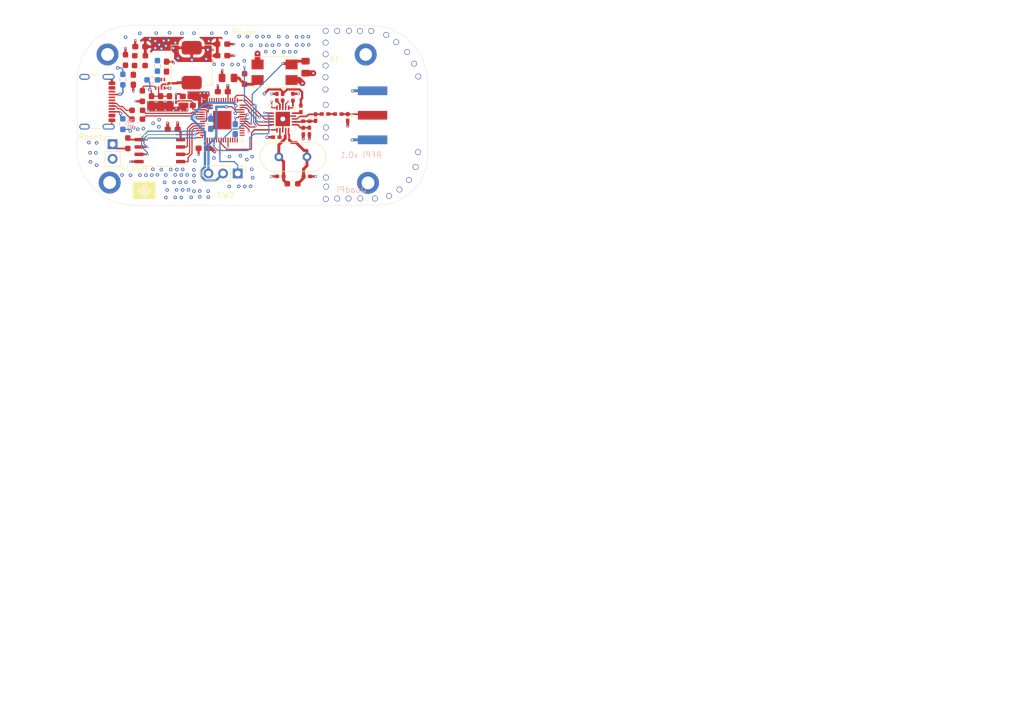
<source format=kicad_pcb>
(kicad_pcb (version 20240108) (generator "pcbnew") (generator_version "8.0")
  (layers (0 "F.Cu" signal) (1 "In1.Cu" power) (2 "In2.Cu" power) (31 "B.Cu" signal) (34 "B.Paste" user) (35 "F.Paste" user) (36 "B.SilkS" user "B.Silkscreen") (37 "F.SilkS" user "F.Silkscreen") (38 "B.Mask" user) (39 "F.Mask" user) (44 "Edge.Cuts" user))
  (net 0 "")
  (net 1 "Net-(C1--)")
  (net 2 "GND")
  (net 3 "Net-(C2--)")
  (net 4 "+3.3V")
  (net 5 "+1V1")
  (net 6 "/RF/ANT1")
  (net 7 "Net-(C13-+)")
  (net 8 "Net-(C14-+)")
  (net 9 "Net-(C17-+)")
  (net 10 "Net-(C18--)")
  (net 11 "Net-(C22--)")
  (net 12 "Net-(C22-+)")
  (net 13 "Net-(C24-+)")
  (net 14 "VBUS")
  (net 15 "Net-(C27-+)")
  (net 16 "/MCU/USB_BOOT_Reset")
  (net 17 "/MCU/SWD")
  (net 18 "/MCU/SWCLK")
  (net 19 "/MCU/RUN")
  (net 20 "Net-(J5-CC1)")
  (net 22 "USB_D-")
  (net 23 "Net-(J5-CC2)")
  (net 24 "USB_D+")
  (net 26 "Net-(L4--)")
  (net 27 "Net-(R1--)")
  (net 28 "/MCU/QSPI_SS")
  (net 29 "Net-(R6--)")
  (net 30 "Net-(R9-+)")
  (net 31 "Net-(R11--)")
  (net 32 "Net-(R12--)")
  (net 33 "Net-(R12-+)")
  (net 39 "/MCU/QSPI_SD1")
  (net 47 "RF_SCLK")
  (net 48 "RF_MOSI")
  (net 52 "/MCU/QSPI_SD2")
  (net 54 "RF_CSN")
  (net 56 "RF_CE")
  (net 60 "RF_MISO")
  (net 63 "/MCU/QSPI_SDO")
  (net 64 "RF_IRQ")
  (net 66 "/MCU/QSPI_SD3")
  (net 68 "/MCU/QSPI_CLK")
  (net 69 "/RF/ANT2")
  (footprint "Connector_Coaxial:SMA_Amphenol_132289_EdgeMount" (layer "F.Cu") (at 159.66 90.08)
    (property "Reference" "J4" (hide yes))
    (property "Value" "Conn_Coaxial")
  )
  (footprint "Resistor_SMD:R_0603_1608Metric_Pad0.98x0.95mm_HandSolder" (layer "F.Cu") (at 116.811977 80.48895 90)
    (property "Reference" "R14" (hide yes))
    (property "Value" "9.09k")
  )
  (footprint "Resistor_SMD:R_0603_1608Metric_Pad0.98x0.95mm_HandSolder" (layer "F.Cu") (at 119.731977 86.74895 90)
    (property "Reference" "R11" (hide yes))
    (property "Value" "100k")
  )
  (footprint "Crystal:Crystal_SMD_7050-4Pin_7.0x5.0mm" (layer "F.Cu") (at 142.661977 82.61895 180)
    (property "Reference" "X1" (hide yes))
    (property "Value" "12MHz")
  )
  (footprint "Capacitor_SMD:C_0603_1608Metric_Pad1.08x0.95mm_HandSolder" (layer "F.Cu") (at 118.171977 83.91895 -90)
    (property "Reference" "C27" (hide yes))
    (property "Value" "22nF")
  )
  (footprint "" (layer "F.Cu") (at 158.87 101.8)
    (property "Reference" "")
    (property "Value" "")
  )
  (footprint "Capacitor_SMD:C_0402_1005Metric_Pad0.74x0.62mm_HandSolder" (layer "F.Cu") (at 151.41 89.86)
    (property "Reference" "L3" (hide yes))
    (property "Value" "3.9nH/0402")
  )
  (footprint "Connector_PinHeader_2.54mm:PinHeader_1x02_P2.54mm_Vertical" (layer "F.Cu") (at 114.58 95.095)
    (property "Reference" "J1" (hide yes))
    (property "Value" "Conn_01x02")
  )
  (footprint "Resistor_SMD:R_0603_1608Metric_Pad0.98x0.95mm_HandSolder" (layer "F.Cu") (at 117.22 94.93 90)
    (property "Reference" "R3" (hide yes))
    (property "Value" "1k")
  )
  (footprint "Crystal:Crystal_HC49-4H_Vertical" (layer "F.Cu") (at 143.399477 97.28895)
    (property "Reference" "Y1" (hide yes))
    (property "Value" "16MHz/Cl=12pF")
  )
  (footprint "Resistor_SMD:R_0603_1608Metric_Pad0.98x0.95mm_HandSolder" (layer "F.Cu") (at 137.469477 83.78895 90)
    (property "Reference" "R6" (hide yes))
    (property "Value" "1k")
  )
  (footprint "MountingHole:MountingHole_2.2mm_M2_DIN965_Pad_TopBottom" (layer "F.Cu") (at 158.47 79.54)
    (property "Reference" "REF**" (hide yes))
    (property "Value" "MountingHole_2.2mm_M2_DIN965_Pad_TopBottom")
  )
  (footprint "STM32:symbol_tomodachi" (layer "F.Cu") (at 120.05 103.1)
    (property "Reference" "G***" (hide yes))
    (property "Value" "LOGO" (hide yes))
  )
  (footprint "Capacitor_SMD:C_0402_1005Metric_Pad0.74x0.62mm_HandSolder" (layer "F.Cu") (at 148.259477 100.67895)
    (property "Reference" "C14" (hide yes))
    (property "Value" "22pf/0402")
  )
  (footprint "Capacitor_SMD:C_0603_1608Metric_Pad1.08x0.95mm_HandSolder" (layer "F.Cu") (at 122.901977 87.636449 -90)
    (property "Reference" "C25" (hide yes))
    (property "Value" "0.1uF")
  )
  (footprint "Inductor_SMD:L_Changjiang_FXL0618" (layer "F.Cu") (at 128.291977 81.39895 -90)
    (property "Reference" "L4" (hide yes))
    (property "Value" "6.8uH")
  )
  (footprint "Resistor_SMD:R_0402_1005Metric_Pad0.72x0.64mm_HandSolder" (layer "F.Cu") (at 145.841977 86.94895 90)
    (property "Reference" "R9" (hide yes))
    (property "Value" "1M/0402")
  )
  (footprint "Capacitor_SMD:C_0402_1005Metric_Pad0.74x0.62mm_HandSolder" (layer "F.Cu") (at 143.659477 100.66895 180)
    (property "Reference" "C13" (hide yes))
    (property "Value" "22pf/0402")
  )
  (footprint "Capacitor_SMD:C_0402_1005Metric_Pad0.74x0.62mm_HandSolder" (layer "F.Cu") (at 148.17 91.11)
    (property "Reference" "L2" (hide yes))
    (property "Value" "2.7nH/0402")
  )
  (footprint "MountingHole:MountingHole_2.2mm_M2_DIN965_Pad_TopBottom" (layer "F.Cu") (at 158.87 101.8)
    (property "Reference" "REF**" (hide yes))
    (property "Value" "MountingHole_2.2mm_M2_DIN965_Pad_TopBottom")
  )
  (footprint "Capacitor_SMD:C_0402_1005Metric_Pad0.74x0.62mm_HandSolder" (layer "F.Cu") (at 147.64 92.82 -90)
    (property "Reference" "C12" (hide yes))
    (property "Value" "2.2nF/0402")
  )
  (footprint "MountingHole:MountingHole_2.2mm_M2_DIN965_Pad_TopBottom" (layer "F.Cu") (at 113.7 79.53)
    (property "Reference" "REF**" (hide yes))
    (property "Value" "MountingHole_2.2mm_M2_DIN965_Pad_TopBottom")
  )
  (footprint "Capacitor_SMD:C_0603_1608Metric_Pad1.08x0.95mm_HandSolder" (layer "F.Cu") (at 124.431977 87.636449 -90)
    (property "Reference" "C28" (hide yes))
    (property "Value" "10uF")
  )
  (footprint "Capacitor_SMD:C_0402_1005Metric_Pad0.74x0.62mm_HandSolder" (layer "F.Cu") (at 149.77 90.48 -90)
    (property "Reference" "L1" (hide yes))
    (property "Value" "8.2nH/0402")
  )
  (footprint "Capacitor_SMD:C_0603_1608Metric_Pad1.08x0.95mm_HandSolder" (layer "F.Cu") (at 123.931977 81.64895 90)
    (property "Reference" "C24" (hide yes))
    (property "Value" "0.1uF")
  )
  (footprint "Resistor_SMD:R_0603_1608Metric_Pad0.98x0.95mm_HandSolder" (layer "F.Cu") (at 118.87 89.22)
    (property "Reference" "R5" (hide yes))
    (property "Value" "27")
  )
  (footprint "Capacitor_SMD:C_0402_1005Metric_Pad0.74x0.62mm_HandSolder" (layer "F.Cu") (at 147.221977 88.95895 -90)
    (property "Reference" "C20" (hide yes))
    (property "Value" "33nF/0402")
  )
  (footprint "Capacitor_SMD:C_0603_1608Metric_Pad1.08x0.95mm_HandSolder" (layer "F.Cu") (at 133.601977 79.73895)
    (property "Reference" "C16" (hide yes))
    (property "Value" "22uF")
  )
  (footprint "Resistor_SMD:R_0603_1608Metric_Pad0.98x0.95mm_HandSolder" (layer "F.Cu") (at 145.789477 101.95895)
    (property "Reference" "R2" (hide yes))
    (property "Value" "1M")
  )
  (footprint "Capacitor_SMD:C_0402_1005Metric_Pad0.74x0.62mm_HandSolder" (layer "F.Cu") (at 144.071977 86.94895 -90)
    (property "Reference" "C19" (hide yes))
    (property "Value" "1nF/0402")
  )
  (footprint "Resistor_SMD:R_0603_1608Metric_Pad0.98x0.95mm_HandSolder" (layer "F.Cu") (at 119.301977 81.44895 180)
    (property "Reference" "R12" (hide yes))
    (property "Value" "10k")
  )
  (footprint "Capacitor_SMD:C_0603_1608Metric_Pad1.08x0.95mm_HandSolder" (layer "F.Cu") (at 127.621977 88.37895 180)
    (property "Reference" "C8" (hide yes))
    (property "Value" "100n")
  )
  (footprint "Capacitor_SMD:C_0603_1608Metric_Pad1.08x0.95mm_HandSolder" (layer "F.Cu") (at 133.691977 85.98895 180)
    (property "Reference" "C6" (hide yes))
    (property "Value" "100n")
  )
  (footprint "Capacitor_SMD:C_0402_1005Metric_Pad0.74x0.62mm_HandSolder" (layer "F.Cu") (at 143.061977 86.93895 90)
    (property "Reference" "C17" (hide yes))
    (property "Value" "33nF/0402")
  )
  (footprint "Capacitor_SMD:C_0805_2012Metric_Pad1.18x1.45mm_HandSolder" (layer "F.Cu") (at 134.6 83.61)
    (property "Reference" "C1" (hide yes))
    (property "Value" "15p")
  )
  (footprint "Capacitor_SMD:C_0603_1608Metric_Pad1.08x0.95mm_HandSolder" (layer "F.Cu") (at 130.351977 95.79895 180)
    (property "Reference" "C5" (hide yes))
    (property "Value" "100n")
  )
  (footprint "Package_DFN_QFN:QFN-56-1EP_7x7mm_P0.4mm_EP3.2x3.2mm" (layer "F.Cu") (at 133.591977 90.92895 90)
    (property "Reference" "U1" (hide yes))
    (property "Value" "RP2040" (hide yes))
  )
  (footprint "" (layer "F.Cu") (at 114.07 101.75)
    (property "Reference" "")
    (property "Value" "")
  )
  (footprint "" (layer "F.Cu") (at 113.7 79.53)
    (property "Reference" "")
    (property "Value" "")
  )
  (footprint "Capacitor_SMD:C_0402_1005Metric_Pad0.74x0.62mm_HandSolder" (layer "F.Cu") (at 148.7 92.8 -90)
    (property "Reference" "C21" (hide yes))
    (property "Value" "4.7uF/0402")
  )
  (footprint "Capacitor_SMD:C_0603_1608Metric_Pad1.08x0.95mm_HandSolder" (layer "F.Cu") (at 127.611977 86.80895 180)
    (property "Reference" "C3" (hide yes))
    (property "Value" "100n")
  )
  (footprint "Capacitor_SMD:C_0402_1005Metric_Pad0.74x0.62mm_HandSolder" (layer "F.Cu") (at 142.951977 93.87895)
    (property "Reference" "C18" (hide yes))
    (property "Value" "10nF/0402")
  )
  (footprint "Resistor_SMD:R_0603_1608Metric_Pad0.98x0.95mm_HandSolder" (layer "F.Cu") (at 119.341977 79.75895)
    (property "Reference" "R13" (hide yes))
    (property "Value" "51k")
  )
  (footprint "MountingHole:MountingHole_2.2mm_M2_DIN965_Pad_TopBottom" (layer "F.Cu") (at 114.07 101.75)
    (property "Reference" "REF**" (hide yes))
    (property "Value" "MountingHole_2.2mm_M2_DIN965_Pad_TopBottom")
  )
  (footprint "Capacitor_SMD:C_0603_1608Metric_Pad1.08x0.95mm_HandSolder" (layer "F.Cu") (at 124.997499 92.52 180)
    (property "Reference" "C11" (hide yes))
    (property "Value" "100n")
  )
  (footprint "Capacitor_SMD:C_0402_1005Metric_Pad0.74x0.62mm_HandSolder" (layer "F.Cu") (at 155.35 90.46 -90)
    (property "Reference" "C23" (hide yes))
    (property "Value" "1.5pF/0402")
  )
  (footprint "Capacitor_SMD:C_0402_1005Metric_Pad0.74x0.62mm_HandSolder" (layer "F.Cu") (at 153.71 89.87)
    (property "Reference" "C22" (hide yes))
    (property "Value" "1.5pF/0402")
  )
  (footprint "BuckConv5vto3V3:MP2338_SOT583" (layer "F.Cu") (at 122.791978 84.54895 90)
    (property "Reference" "U4" (hide yes))
    (property "Value" "MP2338GTL")
  )
  (footprint "Package_SO:SOIC-8_5.23x5.23mm_P1.27mm" (layer "F.Cu") (at 122.77 96.21)
    (property "Reference" "U2" (hide yes))
    (property "Value" "W25Q16JVSS")
  )
  (footprint "Package_DFN_QFN:QFN-20-1EP_4x4mm_P0.5mm_EP2.5x2.5mm" (layer "F.Cu") (at 144.091977 90.71645)
    (property "Reference" "U3" (hide yes))
    (property "Value" "NRF24L01")
  )
  (footprint "Capacitor_SMD:C_01005_0402Metric_Pad0.57x0.30mm_HandSolder" (layer "F.Cu") (at 125.57 87.47 90)
    (property "Reference" "C10" (hide yes))
    (property "Value" "1u")
  )
  (footprint "Capacitor_SMD:C_0603_1608Metric_Pad1.08x0.95mm_HandSolder" (layer "F.Cu") (at 119.371977 78.17895 180)
    (property "Reference" "C29" (hide yes))
    (property "Value" "470uF")
  )
  (footprint "Capacitor_SMD:C_0603_1608Metric_Pad1.08x0.95mm_HandSolder" (layer "F.Cu") (at 133.601977 77.73895)
    (property "Reference" "C15" (hide yes))
    (property "Value" "22uF")
  )
  (footprint "Capacitor_SMD:C_0805_2012Metric_Pad1.18x1.45mm_HandSolder" (layer "F.Cu") (at 148.029477 81.73895 90)
    (property "Reference" "C2" (hide yes))
    (property "Value" "15p")
  )
  (footprint "Resistor_SMD:R_0603_1608Metric_Pad0.98x0.95mm_HandSolder" (layer "F.Cu") (at 118.84 90.75)
    (property "Reference" "R4" (hide yes))
    (property "Value" "27")
  )
  (footprint "Connector_USB:USB_C_Receptacle_GCT_USB4105-xx-A_16P_TopMnt_Horizontal" (layer "F.Cu") (at 110.78 87.73 -90)
    (property "Reference" "J5" (hide yes))
    (property "Value" "USB_C_Receptacle_USB2.0_16P")
  )
  (footprint "Connector_PinHeader_2.54mm:PinHeader_1x03_P2.54mm_Vertical" (layer "F.Cu") (at 136.275 100.17 -90)
    (property "Reference" "J2" (hide yes))
    (property "Value" "Conn_01x03")
  )
  (footprint "Capacitor_SMD:C_0603_1608Metric_Pad1.08x0.95mm_HandSolder" (layer "F.Cu") (at 121.321977 87.636449 -90)
    (property "Reference" "C26" (hide yes))
    (property "Value" "10uF")
  )
  (footprint "Resistor_SMD:R_0603_1608Metric_Pad0.98x0.95mm_HandSolder" (layer "B.Cu") (at 122.351977 81.50895 90)
    (property "Reference" "R10" (hide yes))
    (property "Value" "49.9k" (hide yes))
  )
  (footprint "Capacitor_SMD:C_0603_1608Metric_Pad1.08x0.95mm_HandSolder" (layer "B.Cu") (at 135.84 92.49 -90)
    (property "Reference" "C9" (hide yes))
    (property "Value" "100n" (hide yes))
  )
  (footprint "Resistor_SMD:R_0603_1608Metric_Pad0.98x0.95mm_HandSolder" (layer "B.Cu") (at 116.35 91.61 90)
    (property "Reference" "R8")
    (property "Value" "5k1")
  )
  (footprint "Capacitor_SMD:C_01005_0402Metric_Pad0.57x0.30mm_HandSolder" (layer "B.Cu") (at 131.151977 88.99895 -90)
    (property "Reference" "C7" (hide yes))
    (property "Value" "1u")
  )
  (footprint "Resistor_SMD:R_0603_1608Metric_Pad0.98x0.95mm_HandSolder" (layer "B.Cu") (at 116.36 83.89 -90)
    (property "Reference" "R7" (hide yes))
    (property "Value" "5k1" (hide yes))
  )
  (footprint "Resistor_SMD:R_0603_1608Metric_Pad0.98x0.95mm_HandSolder" (layer "B.Cu") (at 121.461977 83.94895)
    (property "Reference" "R1" (hide yes))
    (property "Value" "191k" (hide yes))
  )
  (footprint "Capacitor_SMD:C_0603_1608Metric_Pad1.08x0.95mm_HandSolder" (layer "B.Cu") (at 131.601977 91.556449 -90)
    (property "Reference" "C4" (hide yes))
    (property "Value" "100n")
  )
  (gr_line (start 108.427845 95.833881) (end 108.420752 84.271244) (stroke (width 0.05)) (layer "Edge.Cuts"))
  (gr_line (start 158.504888 105.63851) (end 156.899477 105.669268) (stroke (width 0.05)) (layer "Edge.Cuts"))
  (gr_arc (start 118.341903 105.681562) (mid 111.355038 102.801242) (end 108.427845 95.833881) (stroke (width 0.05)) (layer "Edge.Cuts"))
  (gr_arc (start 108.420752 84.271244) (mid 110.944672 77.522967) (end 117.48 74.49) (stroke (width 0.05)) (layer "Edge.Cuts"))
  (gr_line (start 156.899477 74.474734) (end 119.579412 74.474734) (stroke (width 0.05)) (layer "Edge.Cuts"))
  (gr_arc (start 159.289392 74.487772) (mid 166.252709 77.358363) (end 169.17 84.302228) (stroke (width 0.05)) (layer "Edge.Cuts"))
  (gr_line (start 160.564803 105.647332) (end 158.504888 105.63851) (stroke (width 0.05)) (layer "Edge.Cuts"))
  (gr_line (start 119.579412 74.474734) (end 119.484443 74.477706) (stroke (width 0.05)) (layer "Edge.Cuts"))
  (gr_line (start 169.17 95.777772) (end 169.168438 97.028822) (stroke (width 0.05)) (layer "Edge.Cuts"))
  (gr_line (start 159.289392 74.487772) (end 157.229477 74.47895) (stroke (width 0.05)) (layer "Edge.Cuts"))
  (gr_line (start 156.899477 105.669268) (end 118.341903 105.681562) (stroke (width 0.05)) (layer "Edge.Cuts"))
  (gr_line (start 156.899477 74.474734) (end 157.229477 74.47895) (stroke (width 0.05)) (layer "Edge.Cuts"))
  (gr_line (start 169.17 84.302228) (end 169.17 95.777772) (stroke (width 0.05)) (layer "Edge.Cuts"))
  (gr_line (start 119.484443 74.477706) (end 117.48 74.49) (stroke (width 0.05)) (layer "Edge.Cuts"))
  (gr_arc (start 169.168438 97.028822) (mid 166.649392 103.117772) (end 160.564803 105.647332) (stroke (width 0.05)) (layer "Edge.Cuts"))
  (gr_text "RFPi v0.1\n" (at 161.33 97.55 0) (layer "B.SilkS") (effects (font (size 1 1) (thickness 0.1)) (justify left bottom mirror)))
  (gr_text "QuadPi\n" (at 158.72 103.59 0) (layer "B.SilkS") (effects (font (size 1 1) (thickness 0.1)) (justify left bottom mirror)))
  (gr_text "Power\n" (at 135.15 76.25 0) (layer "F.SilkS") (effects (font (size 1 1) (thickness 0.1)) (justify left bottom)))
  (gr_text "FLASH\n" (at 116.05 99.96 0) (layer "F.SilkS") (effects (font (size 1 1) (thickness 0.1)) (justify left bottom)))
  (gr_text "Reset\n" (at 108.59 94.39 0) (layer "F.SilkS") (effects (font (size 1 1) (thickness 0.1)) (justify left bottom)))
  (gr_text "SWD\n" (at 132.56 104.52 0) (layer "F.SilkS") (effects (font (size 1 1) (thickness 0.1)) (justify left bottom)))
  (gr_text "RF\n" (at 152.07 81.1 0) (layer "F.SilkS") (effects (font (size 1 1) (thickness 0.1)) (justify left bottom)))
  (segment (start 137.469477 84.659477) (end 136.42 83.61) (width 0.5) (layer "F.Cu") (net 1))
  (segment (start 137.469477 84.70145) (end 138.979477 84.70145) (width 0.5) (layer "F.Cu") (net 1))
  (segment (start 137.469477 84.70145) (end 137.469477 84.659477) (width 0.5) (layer "F.Cu") (net 1))
  (segment (start 138.979477 84.70145) (end 139.711977 83.96895) (width 0.5) (layer "F.Cu") (net 1))
  (segment (start 136.42 83.61) (end 135.6375 83.61) (width 0.5) (layer "F.Cu") (net 1))
  (segment (start 133.5625 83.61) (end 133.5625 82.2475) (width 0.4) (layer "F.Cu") (net 2))
  (segment (start 133.5625 82.2475) (end 133.57 82.24) (width 0.4) (layer "F.Cu") (net 2))
  (segment (start 114.46 83.985) (end 113.885 83.41) (width 0.4) (layer "F.Cu") (net 2))
  (segment (start 142.17 88.68) (end 142.17 87.72) (width 0.2) (layer "F.Cu") (net 2))
  (segment (start 137.563337 91.92895) (end 137.029477 91.92895) (width 0.2) (layer "F.Cu") (net 2))
  (segment (start 146.77855 86.35145) (end 146.79 86.34) (width 0.4) (layer "F.Cu") (net 2))
  (segment (start 132.829476 84.880524) (end 132.84 84.87) (width 0.4) (layer "F.Cu") (net 2))
  (segment (start 144.091977 92.653949) (end 144.091977 90.71645) (width 0.2) (layer "F.Cu") (net 2))
  (segment (start 135.68895 79.73895) (end 135.7 79.75) (width 0.4) (layer "F.Cu") (net 2))
  (segment (start 149.79105 100.67895) (end 149.8 100.67) (width 0.4) (layer "F.Cu") (net 2))
  (segment (start 149.37645 82.77645) (end 149.38 82.78) (width 1) (layer "F.Cu") (net 2))
  (segment (start 155.35 91.0275) (end 155.35 91.959073) (width 0.5) (layer "F.Cu") (net 2))
  (segment (start 139.711977 79.371977) (end 139.71 79.37) (width 1) (layer "F.Cu") (net 2))
  (segment (start 125.57 86.38) (end 126.320526 86.38) (width 0.3) (layer "F.Cu") (net 2))
  (segment (start 114.46 84.53) (end 114.46 83.985) (width 0.4) (layer "F.Cu") (net 2))
  (segment (start 123.931977 80.786449) (end 124.956449 80.786449) (width 0.4) (layer "F.Cu") (net 2))
  (segment (start 126.320526 86.38) (end 126.749476 86.80895) (width 0.3) (layer "F.Cu") (net 2))
  (segment (start 143.061977 86.37145) (end 142.17145 86.37145) (width 0.4) (layer "F.Cu") (net 2))
  (segment (start 148.029477 82.77645) (end 149.37645 82.77645) (width 1) (layer "F.Cu") (net 2))
  (segment (start 129.489476 96.920524) (end 129.48 96.93) (width 0.4) (layer "F.Cu") (net 2))
  (segment (start 143.091977 100.66895) (end 142.13105 100.66895) (width 0.4) (layer "F.Cu") (net 2))
  (segment (start 135.63105 77.73895) (end 134.464478 77.73895) (width 0.4) (layer "F.Cu") (net 2))
  (segment (start 144.591977 88.77895) (end 144.591977 88.128023) (width 0.2) (layer "F.Cu") (net 2))
  (segment (start 145.841977 86.35145) (end 146.77855 86.35145) (width 0.4) (layer "F.Cu") (net 2))
  (segment (start 145.611977 83.96895) (end 146.93895 83.96895) (width 1) (layer "F.Cu") (net 2))
  (segment (start 114.46 90.93) (end 114.46 91.475) (width 0.2) (layer "F.Cu") (net 2))
  (segment (start 118.509476 78.17895) (end 118.509476 77.090524) (width 0.4) (layer "F.Cu") (net 2))
  (segment (start 148.7 93.3675) (end 148.7 94.179073) (width 0.5) (layer "F.Cu") (net 2))
  (segment (start 118.171977 85.951977) (end 118.18 85.96) (width 0.4) (layer "F.Cu") (net 2))
  (segment (start 124.42895 85.35895) (end 124.46 85.39) (width 0.2) (layer "F.Cu") (net 2))
  (segment (start 123.551978 85.35895) (end 124.42895 85.35895) (width 0.2) (layer "F.Cu") (net 2))
  (segment (start 124.431977 88.49895) (end 124.431977 88.721977) (width 0.5) (layer "F.Cu") (net 2))
  (segment (start 117.685 98.115) (end 117.66 98.14) (width 0.4) (layer "F.Cu") (net 2))
  (segment (start 155.35 91.959073) (end 155.348023 91.96105) (width 0.5) (layer "F.Cu") (net 2))
  (segment (start 118.171977 84.781451) (end 118.171977 85.951977) (width 0.4) (layer "F.Cu") (net 2))
  (segment (start 142.17145 86.37145) (end 142.17 86.37) (width 0.4) (layer "F.Cu") (net 2))
  (segment (start 124.956449 80.786449) (end 125.19 81.02) (width 0.4) (layer "F.Cu") (net 2))
  (segment (start 129.489476 95.79895) (end 129.489476 96.920524) (width 0.4) (layer "F.Cu") (net 2))
  (segment (start 114.46 91.475) (end 113.885 92.05) (width 0.2) (layer "F.Cu") (net 2))
  (segment (start 116.811977 79.57645) (end 116.811977 78.428023) (width 0.4) (layer "F.Cu") (net 2))
  (segment (start 146.029477 90.21645) (end 144.591977 90.21645) (width 0.2) (layer "F.Cu") (net 2))
  (segment (start 147.64 94.169073) (end 147.628023 94.18105) (width 0.5) (layer "F.Cu") (net 2))
  (segment (start 134.464478 79.73895) (end 135.68895 79.73895) (width 0.4) (layer "F.Cu") (net 2))
  (segment (start 118.509476 77.090524) (end 118.52 77.08) (width 0.4) (layer "F.Cu") (net 2))
  (segment (start 142.23 88.74) (end 142.17 88.68) (width 0.2) (layer "F.Cu") (net 2))
  (segment (start 119.17 98.115) (end 117.685 98.115) (width 0.4) (layer "F.Cu") (net 2))
  (segment (start 124.134998 92.52) (end 124.134998 91.444998) (width 0.5) (layer "F.Cu") (net 2))
  (segment (start 148.826977 100.67895) (end 149.79105 100.67895) (width 0.4) (layer "F.Cu") (net 2))
  (segment (start 143.091977 88.77895) (end 142.26895 88.77895) (width 0.2) (layer "F.Cu") (net 2))
  (segment (start 138.21 92.575613) (end 137.563337 91.92895) (width 0.2) (layer "F.Cu") (net 2))
  (segment (start 147.64 93.3875) (end 147.64 94.169073) (width 0.5) (layer "F.Cu") (net 2))
  (segment (start 146.93895 83.96895) (end 147.5 84.53) (width 1) (layer "F.Cu") (net 2))
  (segment (start 124.134998 91.444998) (end 124.11 91.42) (width 0.5) (layer "F.Cu") (net 2))
  (segment (start 142.13105 100.66895) (end 142.12 100.68) (width 0.4) (layer "F.Cu") (net 2))
  (segment (start 116.811977 78.428023) (end 116.82 78.42) (width 0.4) (layer "F.Cu") (net 2))
  (segment (start 148.7 94.179073) (end 148.698023 94.18105) (width 0.5) (layer "F.Cu") (net 2))
  (segment (start 138.21 92.83) (end 138.21 92.575613) (width 0.2) (layer "F.Cu") (net 2))
  (segment (start 139.711977 81.26895) (end 139.711977 79.371977) (width 1) (layer "F.Cu") (net 2))
  (segment (start 144.591977 88.128023) (end 145.02 87.7) (width 0.2) (layer "F.Cu") (net 2))
  (segment (start 132.829476 85.98895) (end 132.829476 84.880524) (width 0.4) (layer "F.Cu") (net 2))
  (segment (start 125.57 87.132499) (end 125.57 86.38) (width 0.3) (layer "F.Cu") (net 2))
  (segment (start 142.26895 88.77895) (end 142.23 88.74) (width 0.2) (layer "F.Cu") (net 2))
  (via (at 117.68 100.47) (size 0.6) (drill 0.3) (layers "F.Cu" "B.Cu") (net 2))
  (via (at 119.29 75.87) (size 0.6) (drill 0.3) (layers "F.Cu" "B.Cu") (net 2))
  (via (at 143.42 77.85) (size 0.6) (drill 0.3) (layers "F.Cu" "B.Cu") (net 2))
  (via (at 126.72 103.03) (size 0.6) (drill 0.3) (layers "F.Cu" "B.Cu") (net 2))
  (via (at 141.67 76.42) (size 0.6) (drill 0.3) (layers "F.Cu" "B.Cu") (net 2))
  (via (at 138.21 92.83) (size 0.4) (drill 0.2) (layers "F.Cu" "B.Cu") (net 2))
  (via (at 165.65 79.1) (size 1) (drill 0.8) (layers "F.Cu" "B.Cu") (net 2))
  (via (at 134.8 102.42) (size 0.6) (drill 0.3) (layers "F.Cu" "B.Cu") (net 2))
  (via (at 126.59 75.87) (size 0.6) (drill 0.3) (layers "F.Cu" "B.Cu") (net 2))
  (via (at 142.6 79.08) (size 0.6) (drill 0.3) (layers "F.Cu" "B.Cu") (net 2))
  (via (at 151.49 83.48) (size 1) (drill 0.8) (layers "F.Cu" "B.Cu") (net 2))
  (via (at 119.92 92.39) (size 0.6) (drill 0.3) (layers "F.Cu" "B.Cu") (net 2))
  (via (at 151.57 92.2) (size 1) (drill 0.8) (layers "F.Cu" "B.Cu") (net 2))
  (via (at 151.61 102.45) (size 1) (drill 0.8) (layers "F.Cu" "B.Cu") (net 2))
  (via (at 163.76 77.4) (size 1) (drill 0.8) (layers "F.Cu" "B.Cu") (net 2))
  (via (at 126.5 100.44) (size 0.6) (drill 0.3) (layers "F.Cu" "B.Cu") (net 2))
  (via (at 151.55 88.27) (size 1) (drill 0.8) (layers "F.Cu" "B.Cu") (net 2))
  (via (at 110.73 98.16) (size 0.6) (drill 0.3) (layers "F.Cu" "B.Cu") (net 2))
  (via (at 128.68 101.59) (size 0.6) (drill 0.3) (layers "F.Cu" "B.Cu") (net 2))
  (via (at 131.77 75.87) (size 0.6) (drill 0.3) (layers "F.Cu" "B.Cu") (net 2))
  (via (at 129.68 103.2) (size 0.6) (drill 0.3) (layers "F.Cu" "B.Cu") (net 2))
  (via (at 155.348023 91.96105) (size 0.4) (drill 0.2) (layers "F.Cu" "B.Cu") (net 2))
  (via (at 167.58 83.35) (size 1) (drill 0.8) (layers "F.Cu" "B.Cu") (net 2))
  (via (at 160.06 104.5) (size 1) (drill 0.8) (layers "F.Cu" "B.Cu") (net 2))
  (via (at 124.45 75.77) (size 0.6) (drill 0.3) (layers "F.Cu" "B.Cu") (net 2))
  (via (at 120.37 100.47) (size 0.6) (drill 0.3) (layers "F.Cu" "B.Cu") (net 2))
  (via (at 135.7 79.75) (size 0.4) (drill 0.2) (layers "F.Cu" "B.Cu") (net 2))
  (via (at 116.82 78.42) (size 0.4) (drill 0.2) (layers "F.Cu" "B.Cu") (net 2))
  (via (at 126.72 99.47) (size 0.6) (drill 0.3) (layers "F.Cu" "B.Cu") (net 2))
  (via (at 122.11 87.78) (size 0.4) (drill 0.2) (layers "F.Cu" "B.Cu") (net 2))
  (via (at 135.3 81.27) (size 0.6) (drill 0.3) (layers "F.Cu" "B.Cu") (net 2))
  (via (at 159.43 75.46) (size 1) (drill 0.8) (layers "F.Cu" "B.Cu") (net 2))
  (via (at 124.11 91.42) (size 0.4) (drill 0.2) (layers "F.Cu" "B.Cu") (net 2))
  (via (at 137.42 80.63) (size 0.6) (drill 0.3) (layers "F.Cu" "B.Cu") (net 2))
  (via (at 139.71 79.37) (size 0.5) (drill 0.3) (layers "F.Cu" "B.Cu") (net 2))
  (via (at 117.66 98.14) (size 0.4) (drill 0.2) (layers "F.Cu" "B.Cu") (net 2))
  (via (at 136.73 97.09) (size 0.6) (drill 0.3) (layers "F.Cu" "B.Cu") (net 2))
  (via (at 132.84 84.87) (size 0.4) (drill 0.2) (layers "F.Cu" "B.Cu") (net 2))
  (via (at 146.79 86.34) (size 0.5) (drill 0.3) (layers "F.Cu" "B.Cu") (net 2))
  (via (at 122.35 100.4) (size 0.6) (drill 0.3) (layers "F.Cu" "B.Cu") (net 2))
  (via (at 142.17 87.72) (size 0.4) (drill 0.2) (layers "F.Cu" "B.Cu") (net 2))
  (via (at 125.67 103.02) (size 0.6) (drill 0.3) (layers "F.Cu" "B.Cu") (net 2))
  (via (at 149.38 82.78) (size 0.5) (drill 0.3) (layers "F.Cu" "B.Cu") (net 2))
  (via (at 128.69 75.84) (size 0.6) (drill 0.3) (layers "F.Cu" "B.Cu") (net 2))
  (via (at 134.272762 75.774297) (size 0.6) (drill 0.3) (layers "F.Cu" "B.Cu") (net 2))
  (via (at 144.88 77.89) (size 0.6) (drill 0.3) (layers "F.Cu" "B.Cu") (net 2))
  (via (at 126.5 104.34) (size 0.6) (drill 0.3) (layers "F.Cu" "B.Cu") (net 2))
  (via (at 125.15 89.22) (size 0.4) (drill 0.2) (layers "F.Cu" "B.Cu") (net 2))
  (via (at 123.81 100.44) (size 0.6) (drill 0.3) (layers "F.Cu" "B.Cu") (net 2))
  (via (at 136.44 102.41) (size 0.6) (drill 0.3) (layers "F.Cu" "B.Cu") (net 2))
  (via (at 116.22 100.43) (size 0.6) (drill 0.3) (layers "F.Cu" "B.Cu") (net 2))
  (via (at 126.29 101.72) (size 0.6) (drill 0.3) (layers "F.Cu" "B.Cu") (net 2))
  (via (at 141.3 77.95) (size 0.6) (drill 0.3) (layers "F.Cu" "B.Cu") (net 2))
  (via (at 156.13 94.35) (size 0.5) (drill 0.3) (layers "F.Cu" "B.Cu") (net 2))
  (via (at 125.57 86.38) (size 0.4) (drill 0.2) (layers "F.Cu" "B.Cu") (net 2))
  (via (at 142.17 86.37) (size 0.5) (drill 0.3) (layers "F.Cu" "B.Cu") (net 2))
  (via (at 128.67 99.53) (size 0.6) (drill 0.3) (layers "F.Cu" "B.Cu") (net 2))
  (via (at 124.46 85.39) (size 0.6) (drill 0.3) (layers "F.Cu" "B.Cu") (net 2))
  (via (at 118.52 77.08) (size 0.4) (drill 0.2) (layers "F.Cu" "B.Cu") (net 2))
  (via (at 110.67 96.57) (size 0.6) (drill 0.3) (layers "F.Cu" "B.Cu") (net 2))
  (via (at 145.02 87.7) (size 0.4) (drill 0.2) (layers "F.Cu" "B.Cu") (net 2))
  (via (at 127.73 103.01) (size 0.6) (drill 0.3) (layers "F.Cu" "B.Cu") (net 2))
  (via (at 116.82 76.54) (size 0.6) (drill 0.3) (layers "F.Cu" "B.Cu") (net 2))
  (via (at 124.66 99.48) (size 0.6) (drill 0.3) (layers "F.Cu" "B.Cu") (net 2))
  (via (at 121.38 100.45) (size 0.6) (drill 0.3) (layers "F.Cu" "B.Cu") (net 2))
  (via (at 166.86 81.13) (size 1) (drill 0.8) (layers "F.Cu" "B.Cu") (net 2))
  (via (at 144.84 76.48) (size 0.6) (drill 0.3) (layers "F.Cu" "B.Cu") (net 2))
  (via (at 125.6 88.9) (size 0.4) (drill 0.2) (layers "F.Cu" "B.Cu") (net 2))
  (via (at 151.57 100.88) (size 1) (drill 0.8) (layers "F.Cu" "B.Cu") (net 2))
  (via (at 146.52 77.88) (size 0.6) (drill 0.3) (layers "F.Cu" "B.Cu") (net 2))
  (via (at 139.61 76.43) (size 0.6) (drill 0.3) (layers "F.Cu" "B.Cu") (net 2))
  (via (at 119.32 100.46) (size 0.6) (drill 0.3) (layers "F.Cu" "B.Cu") (net 2))
  (via (at 157.53 104.5) (size 1) (drill 0.8) (layers "F.Cu" "B.Cu") (net 2))
  (via (at 143.38 76.44) (size 0.6) (drill 0.3) (layers "F.Cu" "B.Cu") (net 2))
  (via (at 148.698023 94.18105) (size 0.4) (drill 0.2) (layers "F.Cu" "B.Cu") (net 2))
  (via (at 133.66 81.28) (size 0.6) (drill 0.3) (layers "F.Cu" "B.Cu") (net 2))
  (via (at 125.45 100.43) (size 0.6) (drill 0.3) (layers "F.Cu" "B.Cu") (net 2))
  (via (at 117.63 92.8) (size 0.6) (drill 0.3) (layers "F.Cu" "B.Cu") (net 2))
  (via (at 118.18 85.96) (size 0.4) (drill 0.2) (layers "F.Cu" "B.Cu") (net 2))
  (via (at 124.03 103.03) (size 0.6) (drill 0.3) (layers "F.Cu" "B.Cu") (net 2))
  (via (at 131.17 104.28) (size 0.6) (drill 0.3) (layers "F.Cu" "B.Cu") (net 2))
  (via (at 156.16 85.84) (size 0.5) (drill 0.3) (layers "F.Cu" "B.Cu") (net 2))
  (via (at 164.32 102.96) (size 1) (drill 0.8) (layers "F.Cu" "B.Cu") (net 2))
  (via (at 121.56 99.45) (size 0.6) (drill 0.3) (layers "F.Cu" "B.Cu") (net 2))
  (via (at 131.14 103.24) (size 0.6) (drill 0.3) (layers "F.Cu" "B.Cu") (net 2))
  (via (at 123.68 87.77) (size 0.4) (drill 0.2) (layers "F.Cu" "B.Cu") (net 2))
  (via (at 128.69 103.23) (size 0.6) (drill 0.3) (layers "F.Cu" "B.Cu") (net 2))
  (via (at 125.45 104.33) (size 0.6) (drill 0.3) (layers "F.Cu" "B.Cu") (net 2))
  (via (at 148.58 77.87) (size 0.6) (drill 0.3) (layers "F.Cu" "B.Cu") (net 2))
  (via (at 126.32 89.22) (size 0.4) (drill 0.2) (layers "F.Cu" "B.Cu") (net 2))
  (via (at 146.48 76.47) (size 0.6) (drill 0.3) (layers "F.Cu" "B.Cu") (net 2))
  (via (at 128.69 100.54) (size 0.6) (drill 0.3) (layers "F.Cu" "B.Cu") (net 2))
  (via (at 147.5 84.53) (size 0.5) (drill 0.3) (layers "F.Cu" "B.Cu") (net 2))
  (via (at 137.15 77.91) (size 0.6) (drill 0.3) (layers "F.Cu" "B.Cu") (net 2))
  (via (at 129.71 104.24) (size 0.6) (drill 0.3) (layers "F.Cu" "B.Cu") (net 2))
  (via (at 141.14 79.04) (size 0.6) (drill 0.3) (layers "F.Cu" "B.Cu") (net 2))
  (via (at 111.802216 94.862982) (size 0.6) (drill 0.3) (layers "F.Cu" "B.Cu") (net 2))
  (via (at 123.81 104.34) (size 0.6) (drill 0.3) (layers "F.Cu" "B.Cu") (net 2))
  (via (at 128.2 104.32) (size 0.6) (drill 0.3) (layers "F.Cu" "B.Cu") (net 2))
  (via (at 155.48 104.51) (size 1) (drill 0.8) (layers "F.Cu" "B.Cu") (net 2))
  (via (at 125.71 99.49) (size 0.6) (drill 0.3) (layers "F.Cu" "B.Cu") (net 2))
  (via (at 144.091977 90.71645) (size 1) (drill 0.8) (layers "F.Cu" "B.Cu") (net 2))
  (via (at 134.84 97.24) (size 0.6) (drill 0.3) (layers "F.Cu" "B.Cu") (net 2))
  (via (at 115.47 81.85) (size 0.6) (drill 0.3) (layers "F.Cu" "B.Cu") (net 2))
  (via (at 136.51 76.4) (size 0.6) (drill 0.3) (layers "F.Cu" "B.Cu") (net 2))
  (via (at 111.68 96.6) (size 0.6) (drill 0.3) (layers "F.Cu" "B.Cu") (net 2))
  (via (at 151.54 93.89) (size 1) (drill 0.8) (layers "F.Cu" "B.Cu") (net 2))
  (via (at 127.51 100.42) (size 0.6) (drill 0.3) (layers "F.Cu" "B.Cu") (net 2))
  (via (at 145.29 79.08) (size 0.6) (drill 0.3) (layers "F.Cu" "B.Cu") (net 2))
  (via (at 140.25 77.94) (size 0.6) (drill 0.3) (layers "F.Cu" "B.Cu") (net 2))
  (via (at 127.49 89.11) (size 0.4) (drill 0.2) (layers "F.Cu" "B.Cu") (net 2))
  (via (at 127.3 101.7) (size 0.6) (drill 0.3) (layers "F.Cu" "B.Cu") (net 2))
  (via (at 110.46 94.8) (size 0.6) (drill 0.3) (layers "F.Cu" "B.Cu") (net 2))
  (via (at 162.02 76.14) (size 1) (drill 0.8) (layers "F.Cu" "B.Cu") (net 2))
  (via (at 137.86 97.76) (size 0.6) (drill 0.3) (layers "F.Cu" "B.Cu") (net 2))
  (via (at 132.15 97.49) (size 0.6) (drill 0.3) (layers "F.Cu" "B.Cu") (net 2))
  (via (at 135.63105 77.73895) (size 0.4) (drill 0.2) (layers "F.Cu" "B.Cu") (net 2))
  (via (at 165.97 101.31) (size 1) (drill 0.8) (layers "F.Cu" "B.Cu") (net 2))
  (via (at 138.77 97.24) (size 0.6) (drill 0.3) (layers "F.Cu" "B.Cu") (net 2))
  (via (at 147.57 77.89) (size 0.6) (drill 0.3) (layers "F.Cu" "B.Cu") (net 2))
  (via (at 167.12 99.04) (size 1) (drill 0.8) (layers "F.Cu" "B.Cu") (net 2))
  (via (at 132.2 81.24) (size 0.6) (drill 0.3) (layers "F.Cu" "B.Cu") (net 2))
  (via (at 144.24 79.07) (size 0.6) (drill 0.3) (layers "F.Cu" "B.Cu") (net 2))
  (via (at 167.55 96.48) (size 1) (drill 0.8) (layers "F.Cu" "B.Cu") (net 2))
  (via (at 120.8 89.24) (size 0.4) (drill 0.2) (layers "F.Cu" "B.Cu") (net 2))
  (via (at 123.6 101.72) (size 0.6) (drill 0.3) (layers "F.Cu" "B.Cu") (net 2))
  (via (at 138.5 102.4) (size 0.6) (drill 0.3) (layers "F.Cu" "B.Cu") (net 2))
  (via (at 123.02 99.49) (size 0.6) (drill 0.3) (layers "F.Cu" "B.Cu") (net 2))
  (via (at 155.58 75.43) (size 1) (drill 0.8) (layers "F.Cu" "B.Cu") (net 2))
  (via (at 146.3 79.06) (size 0.6) (drill 0.3) (layers "F.Cu" "B.Cu") (net 2))
  (via (at 151.52 79.49) (size 1) (drill 0.8) (layers "F.Cu" "B.Cu") (net 2))
  (via (at 142.12 100.68) (size 0.5) (drill 0.3) (layers "F.Cu" "B.Cu") (net 2))
  (via (at 137.97 76.44) (size 0.6) (drill 0.3) (layers "F.Cu" "B.Cu") (net 2))
  (via (at 151.52 77.49) (size 1) (drill 0.8) (layers "F.Cu" "B.Cu") (net 2))
  (via (at 121.6 91.48) (size 0.6) (drill 0.3) (layers "F.Cu" "B.Cu") (net 2))
  (via (at 111.802216 98.737714) (size 0.6) (drill 0.3) (layers "F.Cu" "B.Cu") (net 2))
  (via (at 151.53 75.45) (size 1) (drill 0.8) (layers "F.Cu" "B.Cu") (net 2))
  (via (at 142.31 77.93) (size 0.6) (drill 0.3) (layers "F.Cu" "B.Cu") (net 2))
  (via (at 140.66 76.44) (size 0.6) (drill 0.3) (layers "F.Cu" "B.Cu") (net 2))
  (via (at 128.83 97.97) (size 0.6) (drill 0.3) (layers "F.Cu" "B.Cu") (net 2))
  (via (at 136.35 81.28) (size 0.6) (drill 0.3) (layers "F.Cu" "B.Cu") (net 2))
  (via (at 118.21 92.24) (size 0.6) (drill 0.3) (layers "F.Cu" "B.Cu") (net 2))
  (via (at 138.71 99.44) (size 0.6) (drill 0.3) (layers "F.Cu" "B.Cu") (net 2))
  (via (at 153.53 104.51) (size 1) (drill 0.8) (layers "F.Cu" "B.Cu") (net 2))
  (via (at 147.53 76.48) (size 0.6) (drill 0.3) (layers "F.Cu" "B.Cu") (net 2))
  (via (at 151.49 85.59) (size 1) (drill 0.8) (layers "F.Cu" "B.Cu") (net 2))
  (via (at 157.48 75.46) (size 1) (drill 0.8) (layers "F.Cu" "B.Cu") (net 2))
  (via (at 125.19 81.02) (size 0.4) (drill 0.2) (layers "F.Cu" "B.Cu") (net 2))
  (via (at 122.6 92.09) (size 0.6) (drill 0.3) (layers "F.Cu" "B.Cu") (net 2))
  (via (at 125.24 101.71) (size 0.6) (drill 0.3) (layers "F.Cu" "B.Cu") (net 2))
  (via (at 162.53 104.05) (size 1) (drill 0.8) (layers "F.Cu" "B.Cu") (net 2))
  (via (at 148.54 76.46) (size 0.6) (drill 0.3) (layers "F.Cu" "B.Cu") (net 2))
  (via (at 138.61 77.95) (size 0.6) (drill 0.3) (layers "F.Cu" "B.Cu") (net 2))
  (via (at 137.49 102.42) (size 0.6) (drill 0.3) (layers "F.Cu" "B.Cu") (net 2))
  (via (at 138.86 100.9) (size 0.6) (drill 0.3) (layers "F.Cu" "B.Cu") (net 2))
  (via (at 151.55 104.6) (size 1) (drill 0.8) (layers "F.Cu" "B.Cu") (net 2))
  (via (at 122.66 90.84) (size 0.6) (drill 0.3) (layers "F.Cu" "B.Cu") (net 2))
  (via (at 123.71 89.2) (size 0.4) (drill 0.2) (layers "F.Cu" "B.Cu") (net 2))
  (via (at 147.628023 94.18105) (size 0.4) (drill 0.2) (layers "F.Cu" "B.Cu") (net 2))
  (via (at 133.57 82.24) (size 0.4) (drill 0.2) (layers "F.Cu" "B.Cu") (net 2))
  (via (at 118.94 92.51) (size 0.6) (drill 0.3) (layers "F.Cu" "B.Cu") (net 2))
  (via (at 129.48 96.93) (size 0.4) (drill 0.2) (layers "F.Cu" "B.Cu") (net 2))
  (via (at 122.16 75.84) (size 0.6) (drill 0.3) (layers "F.Cu" "B.Cu") (net 2))
  (via (at 149.8 100.67) (size 0.5) (drill 0.3) (layers "F.Cu" "B.Cu") (net 2))
  (via (at 151.51 81.47) (size 1) (drill 0.8) (layers "F.Cu" "B.Cu") (net 2))
  (via (at 122.1 89.17) (size 0.4) (drill 0.2) (layers "F.Cu" "B.Cu") (net 2))
  (via (at 153.51 75.45) (size 1) (drill 0.8) (layers "F.Cu" "B.Cu") (net 2))
  (segment (start 117.3525 92.5225) (end 117.63 92.8) (width 0.2) (layer "B.Cu") (net 2))
  (segment (start 116.06 81.86) (end 115.48 81.86) (width 0.2) (layer "B.Cu") (net 2))
  (segment (start 156.15 94.33) (end 156.13 94.35) (width 0.5) (layer "B.Cu") (net 2))
  (segment (start 159.66 94.33) (end 156.15 94.33) (width 0.5) (layer "B.Cu") (net 2))
  (segment (start 116.36 82.16) (end 116.06 81.86) (width 0.2) (layer "B.Cu") (net 2))
  (segment (start 116.35 92.5225) (end 117.3525 92.5225) (width 0.2) (layer "B.Cu") (net 2))
  (segment (start 116.36 82.9775) (end 116.36 82.16) (width 0.2) (layer "B.Cu") (net 2))
  (segment (start 115.48 81.86) (end 115.47 81.85) (width 0.2) (layer "B.Cu") (net 2))
  (segment (start 159.66 85.83) (end 156.17 85.83) (width 0.5) (layer "B.Cu") (net 2))
  (segment (start 156.17 85.83) (end 156.16 85.84) (width 0.5) (layer "B.Cu") (net 2))
  (segment (start 137.729023 91.52895) (end 137.397651 91.52895) (width 0.2) (layer "F.Cu") (net 3))
  (segment (start 139.391446 91.958554) (end 139.24 92.11) (width 0.2) (layer "F.Cu") (net 3))
  (segment (start 145.95855 80.70145) (end 148.029477 80.70145) (width 0.5) (layer "F.Cu") (net 3))
  (segment (start 137.397651 91.52895) (end 137.029477 91.528951) (width 0.2) (layer "F.Cu") (net 3))
  (segment (start 145.611977 81.26895) (end 145.611977 81.048023) (width 0.5) (layer "F.Cu") (net 3))
  (segment (start 145.611977 81.048023) (end 145.95855 80.70145) (width 0.5) (layer "F.Cu") (net 3))
  (segment (start 145.463027 81.12) (end 145.611977 81.26895) (width 0.5) (layer "F.Cu") (net 3))
  (segment (start 138.310073 92.11) (end 137.729023 91.52895) (width 0.2) (layer "F.Cu") (net 3))
  (segment (start 139.24 92.11) (end 138.310073 92.11) (width 0.2) (layer "F.Cu") (net 3))
  (segment (start 144.11 81.12) (end 145.463027 81.12) (width 0.5) (layer "F.Cu") (net 3))
  (via (at 144.11 81.12) (size 0.4) (drill 0.2) (layers "F.Cu" "B.Cu") (net 3))
  (via (at 139.391446 91.958554) (size 0.4) (drill 0.2) (layers "F.Cu" "B.Cu") (net 3))
  (segment (start 138.79 88.517107) (end 138.79 86.44) (width 0.2) (layer "B.Cu") (net 3))
  (segment (start 139.391446 91.958554) (end 139.391446 91.707605) (width 0.2) (layer "B.Cu") (net 3))
  (segment (start 138.79 86.44) (end 144.11 81.12) (width 0.2) (layer "B.Cu") (net 3))
  (segment (start 139.03 88.757107) (end 138.79 88.517107) (width 0.2) (layer "B.Cu") (net 3))
  (segment (start 139.03 91.346159) (end 139.03 88.757107) (width 0.2) (layer "B.Cu") (net 3))
  (segment (start 139.391446 91.707605) (end 139.03 91.346159) (width 0.2) (layer "B.Cu") (net 3))
  (segment (start 147.221977 88.39145) (end 147.221977 87.341977) (width 0.4) (layer "F.Cu") (net 4))
  (segment (start 131.67895 95.79895) (end 131.214478 95.79895) (width 0.6) (layer "F.Cu") (net 4))
  (segment (start 134.591977 87.49145) (end 134.591977 86.026449) (width 0.2) (layer "F.Cu") (net 4))
  (segment (start 134.591977 94.36645) (end 134.591977 95.488023) (width 0.2) (layer "F.Cu") (net 4))
  (segment (start 141.39105 93.87895) (end 141.38 93.89) (width 0.4) (layer "F.Cu") (net 4))
  (segment (start 138.13 90.687773) (end 138.088823 90.72895) (width 0.2) (layer "F.Cu") (net 4))
  (segment (start 134.554478 84.894478) (end 134.55 84.89) (width 0.5) (layer "F.Cu") (net 4))
  (segment (start 134.591977 86.026449) (end 134.554478 85.98895) (width 0.2) (layer "F.Cu") (net 4))
  (segment (start 142.384477 93.87895) (end 141.39105 93.87895) (width 0.4) (layer "F.Cu") (net 4))
  (segment (start 130.991977 95.576449) (end 131.214478 95.79895) (width 0.2) (layer "F.Cu") (net 4))
  (segment (start 146.963189 85.59395) (end 144.859477 85.59395) (width 0.4) (layer "F.Cu") (net 4))
  (segment (start 126.37 93.03) (end 125.86 92.52) (width 0.4) (layer "F.Cu") (net 4))
  (segment (start 144.071977 86.01395) (end 143.658027 85.6) (width 0.4) (layer "F.Cu") (net 4))
  (segment (start 126.37 94.305) (end 126.37 93.03) (width 0.4) (layer "F.Cu") (net 4))
  (segment (start 143.658027 85.6) (end 141.64 85.6) (width 0.4) (layer "F.Cu") (net 4))
  (segment (start 147.221977 87.341977) (end 147.44 87.123954) (width 0.4) (layer "F.Cu") (net 4))
  (segment (start 141.64 85.6) (end 140.92 86.32) (width 0.4) (layer "F.Cu") (net 4))
  (segment (start 138.088823 90.72895) (end 137.029477 90.72895) (width 0.2) (layer "F.Cu") (net 4))
  (segment (start 134.591977 95.488023) (end 134.59 95.49) (width 0.2) (layer "F.Cu") (net 4))
  (segment (start 147.44 86.070761) (end 146.963189 85.59395) (width 0.4) (layer "F.Cu") (net 4))
  (segment (start 125.86 92.52) (end 125.86 91.372501) (width 0.5) (layer "F.Cu") (net 4))
  (segment (start 130.154477 90.328949) (end 129.000001 90.328949) (width 0.2) (layer "F.Cu") (net 4))
  (segment (start 119.731977 87.66145) (end 118.59145 87.66145) (width 0.4) (layer "F.Cu") (net 4))
  (segment (start 130.154477 90.72895) (end 129.34105 90.72895) (width 0.2) (layer "F.Cu") (net 4))
  (segment (start 125.86 91.372501) (end 125.857499 91.37) (width 0.5) (layer "F.Cu") (net 4))
  (segment (start 118.59145 87.66145) (end 118.59 87.66) (width 0.4) (layer "F.Cu") (net 4))
  (segment (start 132.26 96.38) (end 131.67895 95.79895) (width 0.6) (layer "F.Cu") (net 4))
  (segment (start 147.221977 87.341977) (end 147.22 87.34) (width 0.4) (layer "F.Cu") (net 4))
  (segment (start 144.071977 86.38145) (end 144.071977 86.01395) (width 0.4) (layer "F.Cu") (net 4))
  (segment (start 144.859477 85.59395) (end 144.071977 86.38145) (width 0.4) (layer "F.Cu") (net 4))
  (segment (start 134.554478 85.98895) (end 134.554478 84.894478) (width 0.5) (layer "F.Cu") (net 4))
  (segment (start 130.991977 94.36645) (end 130.991977 95.576449) (width 0.2) (layer "F.Cu") (net 4))
  (segment (start 129.000001 90.328949) (end 128.9 90.42895) (width 0.2) (layer "F.Cu") (net 4))
  (segment (start 147.44 87.123954) (end 147.44 86.070761) (width 0.4) (layer "F.Cu") (net 4))
  (via (at 122.65 77.84) (size 0.6) (drill 0.3) (layers "F.Cu" "B.Cu") (net 4))
  (via (at 131.03 86.27) (size 0.4) (drill 0.2) (layers "F.Cu" "B.Cu") (net 4))
  (via (at 132.26 96.38) (size 0.4) (drill 0.2) (layers "F.Cu" "B.Cu") (net 4))
  (via (at 118.59 87.66) (size 0.4) (drill 0.2) (layers "F.Cu" "B.Cu") (net 4))
  (via (at 123.05 78.52) (size 0.6) (drill 0.3) (layers "F.Cu" "B.Cu") (net 4))
  (via (at 130.05 87.08) (size 0.4) (drill 0.2) (layers "F.Cu" "B.Cu") (net 4))
  (via (at 140.92 86.32) (size 0.6) (drill 0.3) (layers "F.Cu" "B.Cu") (net 4))
  (via (at 130.08 87.66) (size 0.4) (drill 0.2) (layers "F.Cu" "B.Cu") (net 4))
  (via (at 123.81 78.05) (size 0.6) (drill 0.3) (layers "F.Cu" "B.Cu") (net 4))
  (via (at 134.55 84.89) (size 0.4) (drill 0.2) (layers "F.Cu" "B.Cu") (net 4))
  (via (at 131.591975 89.94) (size 0.4) (drill 0.2) (layers "F.Cu" "B.Cu") (net 4))
  (via (at 121.05 76.86) (size 0.6) (drill 0.3) (layers "F.Cu" "B.Cu") (net 4))
  (via (at 124.28 77.06) (size 0.6) (drill 0.3) (layers "F.Cu" "B.Cu") (net 4))
  (via (at 123.44 77.15) (size 0.6) (drill 0.3) (layers "F.Cu" "B.Cu") (net 4))
  (via (at 121.98 78.43) (size 0.6) (drill 0.3) (layers "F.Cu" "B.Cu") (net 4))
  (via (at 125.45 77.5) (size 0.6) (drill 0.3) (layers "F.Cu" "B.Cu") (net 4))
  (via (at 130.48 86.25) (size 0.4) (drill 0.2) (layers "F.Cu" "B.Cu") (net 4))
  (via (at 121.97 77.21) (size 0.6) (drill 0.3) (layers "F.Cu" "B.Cu") (net 4))
  (via (at 131.73 88.61) (size 0.4) (drill 0.2) (layers "F.Cu" "B.Cu") (net 4))
  (via (at 128.9 90.42895) (size 0.4) (drill 0.2) (layers "F.Cu" "B.Cu") (net 4))
  (via (at 131.25 77.23) (size 0.6) (drill 0.3) (layers "F.Cu" "B.Cu") (net 4))
  (via (at 138.13 90.687773) (size 0.4) (drill 0.2) (layers "F.Cu" "B.Cu") (net 4))
  (via (at 131.09 78.71) (size 0.6) (drill 0.3) (layers "F.Cu" "B.Cu") (net 4))
  (via (at 125.857499 91.37) (size 0.4) (drill 0.2) (layers "F.Cu" "B.Cu") (net 4))
  (via (at 128.33 80.47) (size 0.6) (drill 0.3) (layers "F.Cu" "B.Cu") (net 4))
  (via (at 134.59 95.49) (size 0.4) (drill 0.2) (layers "F.Cu" "B.Cu") (net 4))
  (via (at 125.1 78.43) (size 0.6) (drill 0.3) (layers "F.Cu" "B.Cu") (net 4))
  (via (at 141.38 93.89) (size 0.6) (drill 0.3) (layers "F.Cu" "B.Cu") (net 4))
  (via (at 129.77 86.28) (size 0.4) (drill 0.2) (layers "F.Cu" "B.Cu") (net 4))
  (via (at 125.91 80.18) (size 0.6) (drill 0.3) (layers "F.Cu" "B.Cu") (net 4))
  (via (at 130.81 80.31) (size 0.6) (drill 0.3) (layers "F.Cu" "B.Cu") (net 4))
  (segment (start 131.217463 88.726935) (end 131.151977 88.661449) (width 0.2) (layer "B.Cu") (net 4))
  (segment (start 131.678551 88.661449) (end 131.73 88.61) (width 0.2) (layer "B.Cu") (net 4))
  (segment (start 131.151977 88.661449) (end 131.678551 88.661449) (width 0.2) (layer "B.Cu") (net 4))
  (segment (start 131.601977 89.950002) (end 131.591975 89.94) (width 0.2) (layer "B.Cu") (net 4))
  (segment (start 128.9 90.42895) (end 129.164998 90.693948) (width 0.2) (layer "B.Cu") (net 4))
  (segment (start 131.601977 90.693948) (end 131.601977 89.950002) (width 0.2) (layer "B.Cu") (net 4))
  (segment (start 129.164998 90.693948) (end 131.601977 90.693948) (width 0.2) (layer "B.Cu") (net 4))
  (segment (start 130.154477 89.12895) (end 128.64895 89.12895) (width 0.2) (layer "F.Cu") (net 5))
  (segment (start 125.80241 87.719999) (end 125.657502 87.719999) (width 0.2) (layer "F.Cu") (net 5))
  (segment (start 130.891977 89.332591) (end 130.688336 89.12895) (width 0.2) (layer "F.Cu") (net 5))
  (segment (start 135.86 90.49) (end 136.267898 90.49) (width 0.2) (layer "F.Cu") (net 5))
  (segment (start 130.891977 90.92531) (end 130.891977 89.332591) (width 0.2) (layer "F.Cu") (net 5))
  (segment (start 128.17395 87.58395) (end 125.938459 87.58395) (width 0.2) (layer "F.Cu") (net 5))
  (segment (start 136.267898 90.49) (end 136.428949 90.328949) (width 0.2) (layer "F.Cu") (net 5))
  (segment (start 128.484478 88.964478) (end 128.484478 88.37895) (width 0.2) (layer "F.Cu") (net 5))
  (segment (start 125.938459 87.58395) (end 125.80241 87.719999) (width 0.2) (layer "F.Cu") (net 5))
  (segment (start 128.484478 88.37895) (end 128.484478 87.894478) (width 0.2) (layer "F.Cu") (net 5))
  (segment (start 128.484478 87.894478) (end 128.17395 87.58395) (width 0.2) (layer "F.Cu") (net 5))
  (segment (start 128.64895 89.12895) (end 128.484478 88.964478) (width 0.2) (layer "F.Cu") (net 5))
  (segment (start 136.428949 90.328949) (end 137.029477 90.328949) (width 0.2) (layer "F.Cu") (net 5))
  (segment (start 130.688336 89.12895) (end 130.154477 89.12895) (width 0.2) (layer "F.Cu") (net 5))
  (segment (start 130.154477 91.12895) (end 130.688337 91.12895) (width 0.2) (layer "F.Cu") (net 5))
  (segment (start 125.657502 87.719999) (end 125.561977 87.815524) (width 0.2) (layer "F.Cu") (net 5))
  (segment (start 130.688337 91.12895) (end 130.891977 90.92531) (width 0.2) (layer "F.Cu") (net 5))
  (segment (start 125.561977 87.815524) (end 125.561977 88.056451) (width 0.2) (layer "F.Cu") (net 5))
  (via (at 135.86 90.49) (size 0.4) (drill 0.2) (layers "F.Cu" "B.Cu") (net 5))
  (segment (start 135.86 90.49) (end 135.86 91.607499) (width 0.2) (layer "B.Cu") (net 5))
  (segment (start 135.86 91.607499) (end 135.84 91.627499) (width 0.2) (layer "B.Cu") (net 5))
  (segment (start 149.7075 91.11) (end 149.77 91.0475) (width 0.3) (layer "F.Cu") (net 6))
  (segment (start 147.6025 91.11) (end 148.7375 91.11) (width 0.3) (layer "F.Cu") (net 6))
  (segment (start 147.66 92.2325) (end 147.64 92.2525) (width 0.3) (layer "F.Cu") (net 6))
  (segment (start 148.7 92.2325) (end 147.66 92.2325) (width 0.3) (layer "F.Cu") (net 6))
  (segment (start 146.029477 91.71645) (end 146.66645 91.71645) (width 0.3) (layer "F.Cu") (net 6))
  (segment (start 147.49605 91.21645) (end 147.6025 91.11) (width 0.3) (layer "F.Cu") (net 6))
  (segment (start 146.029477 91.21645) (end 147.49605 91.21645) (width 0.3) (layer "F.Cu") (net 6))
  (segment (start 147.2025 92.2525) (end 147.64 92.2525) (width 0.3) (layer "F.Cu") (net 6))
  (segment (start 148.7375 91.11) (end 149.7075 91.11) (width 0.3) (layer "F.Cu") (net 6))
  (segment (start 146.66645 91.71645) (end 147.2025 92.2525) (width 0.3) (layer "F.Cu") (net 6))
  (segment (start 144.226977 101.30895) (end 144.876977 101.95895) (width 0.5) (layer "F.Cu") (net 7))
  (segment (start 144.226977 98.11645) (end 144.226977 100.66895) (width 0.5) (layer "F.Cu") (net 7))
  (segment (start 143.399477 95.226344) (end 143.399477 97.28895) (width 0.5) (layer "F.Cu") (net 7))
  (segment (start 143.399477 97.28895) (end 144.226977 98.11645) (width 0.5) (layer "F.Cu") (net 7))
  (segment (start 144.591977 93.558023) (end 144.52 93.63) (width 0.254) (layer "F.Cu") (net 7))
  (segment (start 144.591977 92.65395) (end 144.591977 93.558023) (width 0.254) (layer "F.Cu") (net 7))
  (segment (start 144.52 94.105821) (end 143.399477 95.226344) (width 0.5) (layer "F.Cu") (net 7))
  (segment (start 144.226977 100.66895) (end 144.226977 101.30895) (width 0.5) (layer "F.Cu") (net 7))
  (segment (start 144.52 93.63) (end 144.52 94.105821) (width 0.5) (layer "F.Cu") (net 7))
  (segment (start 147.691977 100.67895) (end 147.691977 100.96895) (width 0.5) (layer "F.Cu") (net 8))
  (segment (start 145.2 93.461472) (end 145.07 93.331472) (width 0.3) (layer "F.Cu") (net 8))
  (segment (start 148.279477 97.28895) (end 148.279477 96.239477) (width 0.5) (layer "F.Cu") (net 8))
  (segment (start 147.77 96.18) (end 146.46 94.87) (width 0.5) (layer "F.Cu") (net 8))
  (segment (start 147.691977 99.408023) (end 147.691977 100.67895) (width 0.5) (layer "F.Cu") (net 8))
  (segment (start 148.279477 98.820523) (end 147.691977 99.408023) (width 0.5) (layer "F.Cu") (net 8))
  (segment (start 147.691977 100.96895) (end 146.701977 101.95895) (width 0.5) (layer "F.Cu") (net 8))
  (segment (start 148.279477 97.28895) (end 148.279477 98.820523) (width 0.5) (layer "F.Cu") (net 8))
  (segment (start 145.2 94.35) (end 145.2 93.461472) (width 0.3) (layer "F.Cu") (net 8))
  (segment (start 148.279477 96.239477) (end 148.22 96.18) (width 0.5) (layer "F.Cu") (net 8))
  (segment (start 145.65 94.8) (end 145.2 94.35) (width 0.5) (layer "F.Cu") (net 8))
  (segment (start 146.46 94.8) (end 145.65 94.8) (width 0.5) (layer "F.Cu") (net 8))
  (segment (start 148.22 96.18) (end 147.77 96.18) (width 0.5) (layer "F.Cu") (net 8))
  (segment (start 146.46 94.87) (end 146.46 94.8) (width 0.5) (layer "F.Cu") (net 8))
  (segment (start 145.07 93.331472) (end 145.07 92.675927) (width 0.3) (layer "F.Cu") (net 8))
  (segment (start 145.07 92.675927) (end 145.091977 92.65395) (width 0.3) (layer "F.Cu") (net 8))
  (segment (start 143.591977 88.77895) (end 143.591977 88.171977) (width 0.3) (layer "F.Cu") (net 9))
  (segment (start 143.061977 87.641977) (end 143.061977 87.50645) (width 0.3) (layer "F.Cu") (net 9))
  (segment (start 143.591977 88.171977) (end 143.061977 87.641977) (width 0.3) (layer "F.Cu") (net 9))
  (segment (start 146.029477 89.71645) (end 147.031977 89.71645) (width 0.3) (layer "F.Cu") (net 10))
  (segment (start 144.091977 88.778951) (end 144.091977 87.53645) (width 0.3) (layer "F.Cu") (net 10))
  (segment (start 144.091977 87.53645) (end 144.071977 87.51645) (width 0.3) (layer "F.Cu") (net 10))
  (segment (start 143.591977 93.80645) (end 143.519477 93.87895) (width 0.254) (layer "F.Cu") (net 10))
  (segment (start 147.031977 89.71645) (end 147.221977 89.52645) (width 0.3) (layer "F.Cu") (net 10))
  (segment (start 143.591977 92.65395) (end 143.591977 93.80645) (width 0.254) (layer "F.Cu") (net 10))
  (segment (start 155.3275 89.87) (end 155.35 89.8925) (width 0.3) (layer "F.Cu") (net 11))
  (segment (start 155.4075 89.95) (end 155.35 89.8925) (width 0.5) (layer "F.Cu") (net 11))
  (segment (start 159.4725 89.8925) (end 159.66 90.08) (width 0.3) (layer "F.Cu") (net 11))
  (segment (start 154.2775 89.87) (end 155.3275 89.87) (width 0.3) (layer "F.Cu") (net 11))
  (segment (start 155.35 89.8925) (end 159.4725 89.8925) (width 0.3) (layer "F.Cu") (net 11))
  (segment (start 151.9775 89.86) (end 153.1325 89.86) (width 0.3) (layer "F.Cu") (net 12))
  (segment (start 153.1325 89.86) (end 153.1425 89.87) (width 0.3) (layer "F.Cu") (net 12))
  (segment (start 122.551978 86.423949) (end 122.901977 86.773948) (width 0.2) (layer "F.Cu") (net 14))
  (segment (start 124.431977 86.773948) (end 122.901977 86.773948) (width 0.2) (layer "F.Cu") (net 14))
  (segment (start 122.551978 85.35895) (end 122.551978 86.423949) (width 0.2) (layer "F.Cu") (net 14))
  (segment (start 121.321977 86.773948) (end 121.321977 85.931977) (width 0.2) (layer "F.Cu") (net 14))
  (segment (start 121.321977 85.931977) (end 121.02 85.63) (width 0.2) (layer "F.Cu") (net 14))
  (segment (start 122.901977 86.773948) (end 121.321977 86.773948) (width 0.2) (layer "F.Cu") (net 14))
  (via (at 121.02 85.63) (size 0.6) (drill 0.3) (layers "F.Cu" "B.Cu") (net 14))
  (segment (start 121.02 85.63) (end 121.02 84.419473) (width 0.2) (layer "B.Cu") (net 14))
  (segment (start 121.02 84.419473) (end 120.549477 83.94895) (width 0.2) (layer "B.Cu") (net 14))
  (segment (start 117.22 95.8425) (end 115.3275 95.8425) (width 0.3) (layer "F.Cu") (net 16))
  (segment (start 115.3275 95.8425) (end 114.58 95.095) (width 0.3) (layer "F.Cu") (net 16))
  (segment (start 137.029477 89.52895) (end 136.05 89.52895) (width 0.2) (layer "F.Cu") (net 17))
  (segment (start 136.05 89.52895) (end 135.85 89.72895) (width 0.2) (layer "F.Cu") (net 17))
  (via (at 135.916827 88.424037) (size 0.6) (drill 0.3) (layers "F.Cu" "B.Cu") (net 17))
  (via (at 135.85 89.72895) (size 0.6) (drill 0.3) (layers "F.Cu" "B.Cu") (net 17))
  (segment (start 135.51995 87.9) (end 130.952096 87.9) (width 0.4) (layer "B.Cu") (net 17))
  (segment (start 128.3 90.180421) (end 128.3 90.677479) (width 0.4) (layer "B.Cu") (net 17))
  (segment (start 130.677234 101.42) (end 132.485 101.42) (width 0.4) (layer "B.Cu") (net 17))
  (segment (start 129.945001 100.687767) (end 130.677234 101.42) (width 0.4) (layer "B.Cu") (net 17))
  (segment (start 130.595001 92.97248) (end 130.595001 99.002233) (width 0.4) (layer "B.Cu") (net 17))
  (segment (start 135.85 89.72895) (end 135.85 88.490864) (width 0.2) (layer "B.Cu") (net 17))
  (segment (start 130.601977 88.250119) (end 130.230302 88.250119) (width 0.4) (layer "B.Cu") (net 17))
  (segment (start 135.85 88.490864) (end 135.916827 88.424037) (width 0.2) (layer "B.Cu") (net 17))
  (segment (start 135.916827 88.424037) (end 135.93623 88.404634) (width 0.4) (layer "B.Cu") (net 17))
  (segment (start 135.93623 88.404634) (end 135.93623 88.31628) (width 0.4) (layer "B.Cu") (net 17))
  (segment (start 130.230302 88.250119) (end 128.3 90.180421) (width 0.4) (layer "B.Cu") (net 17))
  (segment (start 128.3 90.677479) (end 130.595001 92.97248) (width 0.4) (layer "B.Cu") (net 17))
  (segment (start 135.93623 88.31628) (end 135.51995 87.9) (width 0.4) (layer "B.Cu") (net 17))
  (segment (start 130.952096 87.9) (end 130.601977 88.250119) (width 0.4) (layer "B.Cu") (net 17))
  (segment (start 129.945001 99.652233) (end 129.945001 100.687767) (width 0.4) (layer "B.Cu") (net 17))
  (segment (start 132.485 101.42) (end 133.735 100.17) (width 0.4) (layer "B.Cu") (net 17))
  (segment (start 130.595001 99.002233) (end 129.945001 99.652233) (width 0.4) (layer "B.Cu") (net 17))
  (segment (start 133.183161 95.658094) (end 133.18 95.661255) (width 0.2) (layer "F.Cu") (net 18))
  (segment (start 133.18 95.661255) (end 133.18 96.758094) (width 0.2) (layer "F.Cu") (net 18))
  (segment (start 137.98 89.98) (end 137.92895 89.92895) (width 0.2) (layer "F.Cu") (net 18))
  (segment (start 137.92895 89.92895) (end 137.029477 89.92895) (width 0.2) (layer "F.Cu") (net 18))
  (via (at 133.18 96.758094) (size 0.4) (drill 0.2) (layers "F.Cu" "B.Cu") (net 18))
  (via (at 133.183161 95.658094) (size 0.4) (drill 0.2) (layers "F.Cu" "B.Cu") (net 18))
  (via (at 137.98 89.98) (size 0.4) (drill 0.2) (layers "F.Cu" "B.Cu") (net 18))
  (segment (start 137.63 91.17) (end 136.335001 92.464999) (width 0.2) (layer "B.Cu") (net 18))
  (segment (start 137.63 90.33) (end 137.63 91.17) (width 0.2) (layer "B.Cu") (net 18))
  (segment (start 133.183161 94.705118) (end 133.183161 95.658094) (width 0.2) (layer "B.Cu") (net 18))
  (segment (start 135.42328 92.464999) (end 133.183161 94.705118) (width 0.2) (layer "B.Cu") (net 18))
  (segment (start 135.67 98.11) (end 136.275 98.715) (width 0.2) (layer "B.Cu") (net 18))
  (segment (start 137.98 89.98) (end 137.63 90.33) (width 0.2) (layer "B.Cu") (net 18))
  (segment (start 133.18 96.758094) (end 133.18 98.11) (width 0.2) (layer "B.Cu") (net 18))
  (segment (start 136.275 98.715) (end 136.275 100.17) (width 0.2) (layer "B.Cu") (net 18))
  (segment (start 136.335001 92.464999) (end 135.42328 92.464999) (width 0.2) (layer "B.Cu") (net 18))
  (segment (start 133.18 98.11) (end 135.67 98.11) (width 0.2) (layer "B.Cu") (net 18))
  (segment (start 135.773211 89.12895) (end 135.244261 88.6) (width 0.2) (layer "F.Cu") (net 19))
  (segment (start 135.244261 88.6) (end 134.3 88.6) (width 0.2) (layer "F.Cu") (net 19))
  (segment (start 137.029477 89.12895) (end 135.773211 89.12895) (width 0.2) (layer "F.Cu") (net 19))
  (via (at 134.3 88.6) (size 0.6) (drill 0.3) (layers "F.Cu" "B.Cu") (net 19))
  (segment (start 132.56 88.62) (end 132.56 93.835642) (width 0.4) (layer "B.Cu") (net 19))
  (segment (start 132.56 93.835642) (end 131.195001 95.200641) (width 0.4) (layer "B.Cu") (net 19))
  (segment (start 132.58 88.6) (end 132.56 88.62) (width 0.4) (layer "B.Cu") (net 19))
  (segment (start 131.195001 95.200641) (end 131.195001 100.17) (width 0.4) (layer "B.Cu") (net 19))
  (segment (start 134.3 88.6) (end 132.58 88.6) (width 0.4) (layer "B.Cu") (net 19))
  (segment (start 115.84 86.48) (end 115.86 86.46) (width 0.254) (layer "F.Cu") (net 20))
  (segment (start 114.459999 86.48) (end 115.84 86.48) (width 0.254) (layer "F.Cu") (net 20))
  (via (at 115.86 86.46) (size 0.6) (drill 0.3) (layers "F.Cu" "B.Cu") (net 20))
  (segment (start 116.07 86.46) (end 115.86 86.46) (width 0.254) (layer "B.Cu") (net 20))
  (segment (start 116.36 86.17) (end 116.07 86.46) (width 0.254) (layer "B.Cu") (net 20))
  (segment (start 116.36 84.8025) (end 116.36 86.17) (width 0.254) (layer "B.Cu") (net 20))
  (segment (start 116.291202 88.561202) (end 116.95 89.22) (width 0.2) (layer "F.Cu") (net 22))
  (segment (start 128.206801 89.744999) (end 120.307499 89.744999) (width 0.2) (layer "F.Cu") (net 22))
  (segment (start 130.154477 89.52895) (end 128.42285 89.52895) (width 0.2) (layer "F.Cu") (net 22))
  (segment (start 120.307499 89.744999) (end 119.7825 89.22) (width 0.2) (layer "F.Cu") (net 22))
  (segment (start 115.228776 88.004999) (end 115.784979 88.561202) (width 0.2) (layer "F.Cu") (net 22))
  (segment (start 128.42285 89.52895) (end 128.206801 89.744999) (width 0.2) (layer "F.Cu") (net 22))
  (segment (start 114.46 87.98) (end 114.484999 88.004999) (width 0.2) (layer "F.Cu") (net 22))
  (segment (start 116.95 89.22) (end 117.9575 89.22) (width 0.2) (layer "F.Cu") (net 22))
  (segment (start 114.484999 88.004999) (end 115.228776 88.004999) (width 0.2) (layer "F.Cu") (net 22))
  (segment (start 115.784979 88.561202) (end 116.291202 88.561202) (width 0.2) (layer "F.Cu") (net 22))
  (segment (start 114.46 89.48) (end 115.68147 89.48) (width 0.254) (layer "F.Cu") (net 23))
  (segment (start 115.68147 89.48) (end 115.965735 89.764265) (width 0.254) (layer "F.Cu") (net 23))
  (via (at 115.965735 89.764265) (size 0.6) (drill 0.3) (layers "F.Cu" "B.Cu") (net 23))
  (segment (start 115.965735 89.764265) (end 115.965735 90.313235) (width 0.254) (layer "B.Cu") (net 23))
  (segment (start 115.965735 90.313235) (end 116.35 90.6975) (width 0.254) (layer "B.Cu") (net 23))
  (segment (start 117.8 90.75) (end 117.9275 90.75) (width 0.2) (layer "F.Cu") (net 24))
  (segment (start 120.307499 90.195001) (end 128.393199 90.195001) (width 0.2) (layer "F.Cu") (net 24))
  (segment (start 114.484999 88.455001) (end 115.04241 88.455001) (width 0.2) (layer "F.Cu") (net 24))
  (segment (start 114.46 88.48) (end 114.484999 88.455001) (width 0.2) (layer "F.Cu") (net 24))
  (segment (start 128.65925 89.92895) (end 130.154477 89.92895) (width 0.2) (layer "F.Cu") (net 24))
  (segment (start 115.548611 88.961202) (end 116.011202 88.961202) (width 0.2) (layer "F.Cu") (net 24))
  (segment (start 116.011202 88.961202) (end 117.8 90.75) (width 0.2) (layer "F.Cu") (net 24))
  (segment (start 119.7525 90.75) (end 120.307499 90.195001) (width 0.2) (layer "F.Cu") (net 24))
  (segment (start 128.393199 90.195001) (end 128.65925 89.92895) (width 0.2) (layer "F.Cu") (net 24))
  (segment (start 115.04241 88.455001) (end 115.548611 88.961202) (width 0.2) (layer "F.Cu") (net 24))
  (segment (start 123.29 84.7) (end 123.05 84.94) (width 0.3) (layer "F.Cu") (net 26))
  (segment (start 125.76 84.51) (end 125.74 84.53) (width 0.4) (layer "F.Cu") (net 26))
  (segment (start 128.291977 84.42395) (end 125.84605 84.42395) (width 0.5) (layer "F.Cu") (net 26))
  (segment (start 123.051978 84.941978) (end 123.051978 85.35895) (width 0.3) (layer "F.Cu") (net 26))
  (segment (start 124.12 84.7) (end 123.29 84.7) (width 0.3) (layer "F.Cu") (net 26))
  (segment (start 123.05 84.94) (end 123.051978 84.941978) (width 0.3) (layer "F.Cu") (net 26))
  (segment (start 125.74 84.53) (end 124.29 84.53) (width 0.4) (layer "F.Cu") (net 26))
  (segment (start 124.29 84.53) (end 124.12 84.7) (width 0.4) (layer "F.Cu") (net 26))
  (segment (start 130.13 93.96) (end 128.92988 93.96) (width 0.2) (layer "F.Cu") (net 28))
  (segment (start 130.154477 93.52895) (end 130.154477 93.924477) (width 0.2) (layer "F.Cu") (net 28))
  (segment (start 119.17 94.305) (end 120.505 94.305) (width 0.3) (layer "F.Cu") (net 28))
  (segment (start 128.92988 93.96) (end 128.862531 94.027349) (width 0.2) (layer "F.Cu") (net 28))
  (segment (start 120.505 94.305) (end 120.51 94.31) (width 0.3) (layer "F.Cu") (net 28))
  (segment (start 130.16 93.93) (end 130.13 93.96) (width 0.2) (layer "F.Cu") (net 28))
  (segment (start 130.154477 93.924477) (end 130.16 93.93) (width 0.2) (layer "F.Cu") (net 28))
  (segment (start 119.17 94.305) (end 117.5075 94.305) (width 0.3) (layer "F.Cu") (net 28))
  (segment (start 117.5075 94.305) (end 117.22 94.0175) (width 0.3) (layer "F.Cu") (net 28))
  (via (at 128.862531 94.027349) (size 0.4) (drill 0.2) (layers "F.Cu" "B.Cu") (net 28))
  (via (at 120.51 94.31) (size 0.4) (drill 0.2) (layers "F.Cu" "B.Cu") (net 28))
  (segment (start 128.862531 94.027349) (end 120.792651 94.027349) (width 0.2) (layer "B.Cu") (net 28))
  (segment (start 120.792651 94.027349) (end 120.51 94.31) (width 0.2) (layer "B.Cu") (net 28))
  (segment (start 137.469477 82.87645) (end 137.469477 81.749477) (width 0.2) (layer "F.Cu") (net 29))
  (segment (start 137.469477 81.749477) (end 137.44 81.72) (width 0.2) (layer "F.Cu") (net 29))
  (segment (start 138.593891 91.590719) (end 138.356478 91.590719) (width 0.2) (layer "F.Cu") (net 29))
  (segment (start 137.894709 91.12895) (end 137.029477 91.12895) (width 0.2) (layer "F.Cu") (net 29))
  (segment (start 138.356478 91.590719) (end 137.894709 91.12895) (width 0.2) (layer "F.Cu") (net 29))
  (via (at 137.44 81.72) (size 0.4) (drill 0.2) (layers "F.Cu" "B.Cu") (net 29))
  (via (at 138.593891 91.590719) (size 0.4) (drill 0.2) (layers "F.Cu" "B.Cu") (net 29))
  (segment (start 138.63 88.922793) (end 137.44 87.732793) (width 0.2) (layer "B.Cu") (net 29))
  (segment (start 137.44 87.732793) (end 137.44 81.72) (width 0.2) (layer "B.Cu") (net 29))
  (segment (start 138.593891 91.590719) (end 138.63 91.55461) (width 0.2) (layer "B.Cu") (net 29))
  (segment (start 138.63 91.55461) (end 138.63 88.922793) (width 0.2) (layer "B.Cu") (net 29))
  (segment (start 145.695004 88.77895) (end 145.841977 88.631977) (width 0.3) (layer "F.Cu") (net 30))
  (segment (start 145.841977 88.631977) (end 145.841977 87.54645) (width 0.3) (layer "F.Cu") (net 30))
  (segment (start 145.091977 88.77895) (end 145.695004 88.77895) (width 0.3) (layer "F.Cu") (net 30))
  (segment (start 119.731977 85.308023) (end 120.01 85.03) (width 0.2) (layer "F.Cu") (net 31))
  (segment (start 120.01 85.03) (end 121.723027 85.03) (width 0.2) (layer "F.Cu") (net 31))
  (segment (start 119.731977 85.83645) (end 119.731977 85.308023) (width 0.2) (layer "F.Cu") (net 31))
  (segment (start 121.723027 85.03) (end 122.051977 85.35895) (width 0.2) (layer "F.Cu") (net 31))
  (segment (start 120.535 95.575) (end 120.55 95.59) (width 0.3) (layer "F.Cu") (net 39))
  (segment (start 129.156406 93.337809) (end 128.929961 93.337809) (width 0.2) (layer "F.Cu") (net 39))
  (segment (start 130.154477 93.128949) (end 129.365266 93.128949) (width 0.2) (layer "F.Cu") (net 39))
  (segment (start 119.17 95.575) (end 120.535 95.575) (width 0.3) (layer "F.Cu") (net 39))
  (segment (start 128.929961 93.337809) (end 128.84 93.42777) (width 0.2) (layer "F.Cu") (net 39))
  (segment (start 129.365266 93.128949) (end 129.156406 93.337809) (width 0.2) (layer "F.Cu") (net 39))
  (via (at 120.55 95.59) (size 0.4) (drill 0.2) (layers "F.Cu" "B.Cu") (net 39))
  (via (at 128.84 93.42777) (size 0.4) (drill 0.2) (layers "F.Cu" "B.Cu") (net 39))
  (segment (start 128.84 93.42777) (end 120.685123 93.42777) (width 0.2) (layer "B.Cu") (net 39))
  (segment (start 120.01 95.05) (end 120.55 95.59) (width 0.2) (layer "B.Cu") (net 39))
  (segment (start 120.685123 93.42777) (end 120.01 94.102893) (width 0.2) (layer "B.Cu") (net 39))
  (segment (start 120.01 94.102893) (end 120.01 95.05) (width 0.2) (layer "B.Cu") (net 39))
  (segment (start 137.74145 87.49145) (end 140.96645 90.71645) (width 0.2) (layer "F.Cu") (net 47))
  (segment (start 140.96645 90.71645) (end 142.154478 90.71645) (width 0.2) (layer "F.Cu") (net 47))
  (segment (start 136.191977 87.49145) (end 137.74145 87.49145) (width 0.2) (layer "F.Cu") (net 47))
  (segment (start 142.140927 91.23) (end 142.154477 91.21645) (width 0.2) (layer "F.Cu") (net 48))
  (segment (start 136.129567 86.62) (end 135.791976 86.957591) (width 0.2) (layer "F.Cu") (net 48))
  (segment (start 139.29 88.31) (end 139.125686 88.31) (width 0.2) (layer "F.Cu") (net 48))
  (segment (start 137.435686 86.62) (end 136.129567 86.62) (width 0.2) (layer "F.Cu") (net 48))
  (segment (start 139.125686 88.31) (end 137.435686 86.62) (width 0.2) (layer "F.Cu") (net 48))
  (segment (start 135.791976 86.957591) (end 135.791976 87.49145) (width 0.2) (layer "F.Cu") (net 48))
  (segment (start 140.76 91.23) (end 142.140927 91.23) (width 0.2) (layer "F.Cu") (net 48))
  (via (at 140.76 91.23) (size 0.4) (drill 0.2) (layers "F.Cu" "B.Cu") (net 48))
  (via (at 139.29 88.31) (size 0.4) (drill 0.2) (layers "F.Cu" "B.Cu") (net 48))
  (segment (start 139.78 91.23) (end 140.76 91.23) (width 0.2) (layer "B.Cu") (net 48))
  (segment (start 139.43 90.88) (end 139.78 91.23) (width 0.2) (layer "B.Cu") (net 48))
  (segment (start 139.43 88.45) (end 139.43 90.88) (width 0.2) (layer "B.Cu") (net 48))
  (segment (start 139.29 88.31) (end 139.43 88.45) (width 0.2) (layer "B.Cu") (net 48))
  (segment (start 129.058158 92.72895) (end 128.949299 92.837809) (width 0.2) (layer "F.Cu") (net 52))
  (segment (start 130.154477 92.72895) (end 129.058158 92.72895) (width 0.2) (layer "F.Cu") (net 52))
  (segment (start 119.17 96.845) (end 120.585 96.845) (width 0.3) (layer "F.Cu") (net 52))
  (segment (start 120.585 96.845) (end 120.62 96.88) (width 0.3) (layer "F.Cu") (net 52))
  (via (at 128.949299 92.837809) (size 0.4) (drill 0.2) (layers "F.Cu" "B.Cu") (net 52))
  (via (at 120.62 96.88) (size 0.4) (drill 0.2) (layers "F.Cu" "B.Cu") (net 52))
  (segment (start 128.949299 92.837809) (end 120.709398 92.837809) (width 0.2) (layer "B.Cu") (net 52))
  (segment (start 120.62 96.55) (end 120.62 96.88) (width 0.2) (layer "B.Cu") (net 52))
  (segment (start 119.61 93.937207) (end 119.61 95.54) (width 0.2) (layer "B.Cu") (net 52))
  (segment (start 119.61 95.54) (end 120.62 96.55) (width 0.2) (layer "B.Cu") (net 52))
  (segment (start 120.709398 92.837809) (end 119.61 93.937207) (width 0.2) (layer "B.Cu") (net 52))
  (segment (start 140.015686 90.44) (end 140.03 90.44) (width 0.2) (layer "F.Cu") (net 54))
  (segment (start 142.154477 90.21645) (end 141.173558 90.21645) (width 0.2) (layer "F.Cu") (net 54))
  (segment (start 137.029477 88.32895) (end 137.904636 88.32895) (width 0.2) (layer "F.Cu") (net 54))
  (segment (start 140.015686 90.44) (end 139.999289 90.456397) (width 0.2) (layer "F.Cu") (net 54))
  (segment (start 141.173558 90.21645) (end 141.163554 90.206446) (width 0.2) (layer "F.Cu") (net 54))
  (segment (start 137.904636 88.32895) (end 140.015686 90.44) (width 0.2) (layer "F.Cu") (net 54))
  (via (at 139.999289 90.456397) (size 0.4) (drill 0.2) (layers "F.Cu" "B.Cu") (net 54))
  (via (at 141.163554 90.206446) (size 0.4) (drill 0.2) (layers "F.Cu" "B.Cu") (net 54))
  (segment (start 141.163554 90.206446) (end 140.24924 90.206446) (width 0.2) (layer "B.Cu") (net 54))
  (segment (start 140.24924 90.206446) (end 139.999289 90.456397) (width 0.2) (layer "B.Cu") (net 54))
  (segment (start 132.191977 95.052886) (end 132.145913 95.09895) (width 0.2) (layer "F.Cu") (net 56))
  (segment (start 132.191977 94.36645) (end 132.191977 95.052886) (width 0.2) (layer "F.Cu") (net 56))
  (segment (start 142.154477 89.71645) (end 142.114287 89.67626) (width 0.2) (layer "F.Cu") (net 56))
  (segment (start 142.114287 89.67626) (end 140.882651 89.67626) (width 0.2) (layer "F.Cu") (net 56))
  (via (at 132.145913 95.09895) (size 0.4) (drill 0.2) (layers "F.Cu" "B.Cu") (net 56))
  (via (at 140.882651 89.67626) (size 0.4) (drill 0.2) (layers "F.Cu" "B.Cu") (net 56))
  (segment (start 138.38 95.89) (end 138.07 96.2) (width 0.2) (layer "B.Cu") (net 56))
  (segment (start 133.640135 96.2) (end 133.598229 96.158094) (width 0.2) (layer "B.Cu") (net 56))
  (segment (start 138.38 93.98) (end 138.38 95.89) (width 0.2) (layer "B.Cu") (net 56))
  (segment (start 141.340475 89.67626) (end 141.663554 89.999339) (width 0.2) (layer "B.Cu") (net 56))
  (segment (start 139.07 93.29) (end 138.38 93.98) (width 0.2) (layer "B.Cu") (net 56))
  (segment (start 132.145913 95.535913) (end 132.145913 95.09895) (width 0.2) (layer "B.Cu") (net 56))
  (segment (start 141.663554 89.999339) (end 141.663554 93.126446) (width 0.2) (layer "B.Cu") (net 56))
  (segment (start 132.768094 96.158094) (end 132.145913 95.535913) (width 0.2) (layer "B.Cu") (net 56))
  (segment (start 133.598229 96.158094) (end 132.768094 96.158094) (width 0.2) (layer "B.Cu") (net 56))
  (segment (start 141.5 93.29) (end 139.07 93.29) (width 0.2) (layer "B.Cu") (net 56))
  (segment (start 138.07 96.2) (end 133.640135 96.2) (width 0.2) (layer "B.Cu") (net 56))
  (segment (start 141.663554 93.126446) (end 141.5 93.29) (width 0.2) (layer "B.Cu") (net 56))
  (segment (start 140.882651 89.67626) (end 141.340475 89.67626) (width 0.2) (layer "B.Cu") (net 56))
  (segment (start 139.38 91.24) (end 139.38 90.65) (width 0.2) (layer "F.Cu") (net 60))
  (segment (start 142.154477 91.71645) (end 142.029477 91.84145) (width 0.2) (layer "F.Cu") (net 60))
  (segment (start 139.98145 91.84145) (end 139.38 91.24) (width 0.2) (layer "F.Cu") (net 60))
  (segment (start 138.2 89.47) (end 138.2 89.19) (width 0.2) (layer "F.Cu") (net 60))
  (segment (start 137.563337 88.72895) (end 137.029477 88.728951) (width 0.2) (layer "F.Cu") (net 60))
  (segment (start 142.029477 91.84145) (end 139.98145 91.84145) (width 0.2) (layer "F.Cu") (net 60))
  (segment (start 138.2 89.19) (end 137.84 88.83) (width 0.2) (layer "F.Cu") (net 60))
  (segment (start 139.38 90.65) (end 138.2 89.47) (width 0.2) (layer "F.Cu") (net 60))
  (segment (start 137.664387 88.83) (end 137.563337 88.72895) (width 0.2) (layer "F.Cu") (net 60))
  (segment (start 137.84 88.83) (end 137.664387 88.83) (width 0.2) (layer "F.Cu") (net 60))
  (segment (start 128.34 92.74) (end 128.34 96.725686) (width 0.2) (layer "F.Cu") (net 63))
  (segment (start 127.66 98.13395) (end 126.901977 98.13395) (width 0.2) (layer "F.Cu") (net 63))
  (segment (start 128.34 96.725686) (end 127.66 97.405686) (width 0.2) (layer "F.Cu") (net 63))
  (segment (start 127.66 97.405686) (end 127.66 98.13395) (width 0.2) (layer "F.Cu") (net 63))
  (segment (start 130.154477 92.32895) (end 128.75105 92.32895) (width 0.2) (layer "F.Cu") (net 63))
  (segment (start 128.75105 92.32895) (end 128.34 92.74) (width 0.2) (layer "F.Cu") (net 63))
  (segment (start 133.391977 94.36645) (end 133.391977 94.999084) (width 0.2) (layer "F.Cu") (net 64))
  (segment (start 138.66 95.9) (end 138.66 93.14) (width 0.2) (layer "F.Cu") (net 64))
  (segment (start 138.66 93.14) (end 138.84 92.96) (width 0.2) (layer "F.Cu") (net 64))
  (segment (start 133.391977 94.999084) (end 134.382893 95.99) (width 0.2) (layer "F.Cu") (net 64))
  (segment (start 143.048027 92.61) (end 143.091977 92.65395) (width 0.254) (layer "F.Cu") (net 64))
  (segment (start 139.19 92.61) (end 143.048027 92.61) (width 0.254) (layer "F.Cu") (net 64))
  (segment (start 134.382893 95.99) (end 138.57 95.99) (width 0.2) (layer "F.Cu") (net 64))
  (segment (start 138.84 92.96) (end 139.19 92.61) (width 0.254) (layer "F.Cu") (net 64))
  (segment (start 138.57 95.99) (end 138.66 95.9) (width 0.2) (layer "F.Cu") (net 64))
  (segment (start 127.54 95.409073) (end 127.54 92.36) (width 0.2) (layer "F.Cu") (net 66))
  (segment (start 127.374073 95.575) (end 127.54 95.409073) (width 0.2) (layer "F.Cu") (net 66))
  (segment (start 128.371049 91.528951) (end 130.154477 91.528951) (width 0.2) (layer "F.Cu") (net 66))
  (segment (start 127.54 92.36) (end 128.371049 91.528951) (width 0.2) (layer "F.Cu") (net 66))
  (segment (start 126.37 95.575) (end 127.374073 95.575) (width 0.2) (layer "F.Cu") (net 66))
  (segment (start 127.655 96.845) (end 126.37 96.845) (width 0.2) (layer "F.Cu") (net 68))
  (segment (start 127.94 92.57) (end 127.94 96.56) (width 0.2) (layer "F.Cu") (net 68))
  (segment (start 128.58105 91.92895) (end 127.94 92.57) (width 0.2) (layer "F.Cu") (net 68))
  (segment (start 127.94 96.56) (end 127.655 96.845) (width 0.2) (layer "F.Cu") (net 68))
  (segment (start 130.154477 91.92895) (end 128.58105 91.92895) (width 0.2) (layer "F.Cu") (net 68))
  (segment (start 146.58355 90.71645) (end 146.81 90.49) (width 0.2) (layer "F.Cu") (net 69))
  (segment (start 146.029476 90.71645) (end 146.58355 90.71645) (width 0.2) (layer "F.Cu") (net 69))
  (segment (start 147.13 90.27) (end 148.19 90.27) (width 0.3) (layer "F.Cu") (net 69))
  (segment (start 149.77 89.9125) (end 150.79 89.9125) (width 0.3) (layer "F.Cu") (net 69))
  (segment (start 150.79 89.9125) (end 150.8425 89.86) (width 0.3) (layer "F.Cu") (net 69))
  (segment (start 148.19 90.27) (end 148.48 89.98) (width 0.3) (layer "F.Cu") (net 69))
  (segment (start 148.48 89.98) (end 148.66 89.98) (width 0.3) (layer "F.Cu") (net 69))
  (segment (start 148.7275 89.9125) (end 149.77 89.9125) (width 0.3) (layer "F.Cu") (net 69))
  (segment (start 148.66 89.98) (end 148.7275 89.9125) (width 0.3) (layer "F.Cu") (net 69))
  (segment (start 146.81 90.49) (end 147.03 90.27) (width 0.2) (layer "F.Cu") (net 69))
  (segment (start 147.03 90.27) (end 147.13 90.27) (width 0.2) (layer "F.Cu") (net 69))
  (zone (net 4) (net_name "+3.3V") (layer "F.Cu") (priority 1) (connect_pads (clearance 0)) (min_thickness 0.25) (fill yes (thermal_gap 0.5) (thermal_bridge_width 0.5))
    (polygon (pts (xy 119.41 76.98) (xy 120.06542 76.49) (xy 133.48 76.49) (xy 133.64 76.65) (xy 133.64 80.55) (xy 133.35 80.84) (xy 125.77 80.84) (xy 125.23 80.3) (xy 125.23 79.34) (xy 124.78 78.89) (xy 121.63 78.89) (xy 121.29 79.23) (xy 121.29 80.57) (xy 121.26 80.6) (xy 119.63 80.6) (xy 119.35 80.32) (xy 119.35 77.04) (xy 119.4 76.99)))
  )
  (zone (net 4) (net_name "+3.3V") (layer "F.Cu") (priority 2) (connect_pads yes (clearance 0)) (min_thickness 0.25) (fill yes (thermal_gap 0.5) (thermal_bridge_width 0.5))
    (polygon (pts (xy 131.35 85.94) (xy 131.39 85.98) (xy 131.39 88.16) (xy 131.42 88.19) (xy 131.89 88.19) (xy 131.94 88.24) (xy 131.94 89.02) (xy 130.82 89.02) (xy 130.74 88.94) (xy 130.74 88.89) (xy 129.55 88.89) (xy 129.39 88.73) (xy 129.39 87.64) (xy 129.3 87.55) (xy 127.55 87.55) (xy 127.55 85.96) (xy 127.57 85.94)))
  )
  (zone (net 2) (net_name "GND") (layer "F.Cu") (priority 3) (connect_pads yes (clearance 0)) (min_thickness 0.25) (fill yes (thermal_gap 0.5) (thermal_bridge_width 0.5))
    (polygon (pts (xy 125.15 87.58) (xy 125.17 87.6) (xy 125.17 88.59) (xy 125.19 88.61) (xy 125.95 88.61) (xy 125.98 88.58) (xy 125.98 87.72) (xy 127.44 87.72) (xy 127.72 88) (xy 127.72 89.27) (xy 127.55 89.44) (xy 120.71 89.44) (xy 120.57 89.3) (xy 120.57 87.65) (xy 120.64 87.58)))
  )
)
</source>
